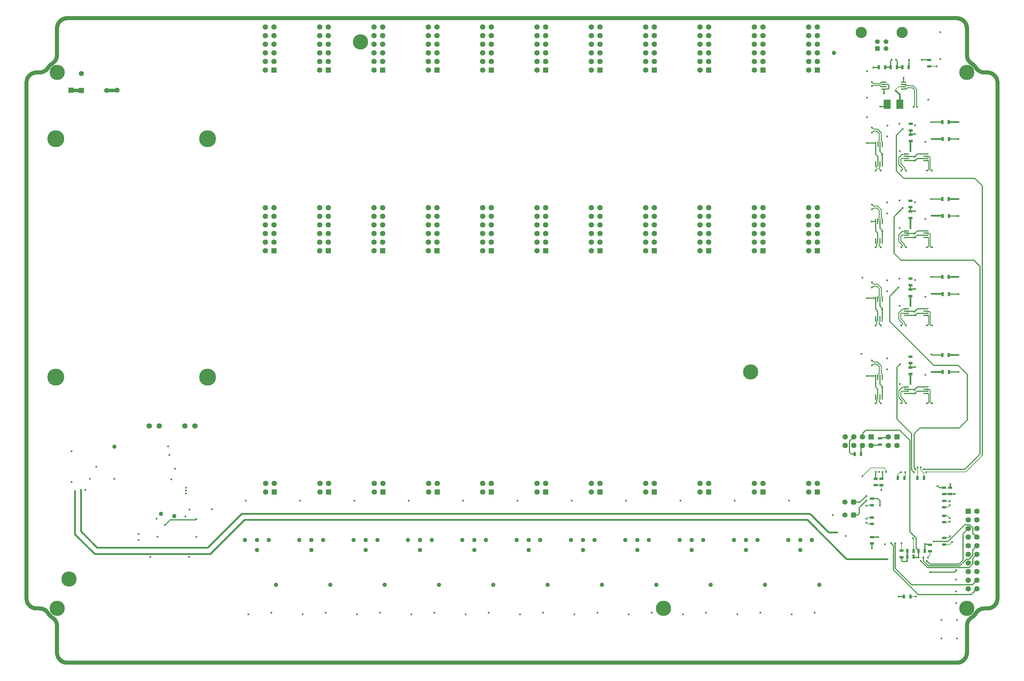
<source format=gbl>
G04*
G04 #@! TF.GenerationSoftware,Altium Limited,Altium Designer,20.1.10 (176)*
G04*
G04 Layer_Physical_Order=4*
G04 Layer_Color=16711680*
%FSLAX44Y44*%
%MOMM*%
G71*
G04*
G04 #@! TF.SameCoordinates,9A07C0F8-2EC5-444E-B81E-C5A403CEBA23*
G04*
G04*
G04 #@! TF.FilePolarity,Positive*
G04*
G01*
G75*
%ADD10C,0.2000*%
%ADD12C,0.2500*%
%ADD19C,1.2000*%
%ADD20C,1.2000*%
%ADD68R,0.8000X1.3000*%
%ADD73R,1.3000X0.8000*%
%ADD89R,2.0000X2.8000*%
%ADD95C,0.5000*%
%ADD96C,0.3000*%
%ADD99C,1.0000*%
%ADD100C,1.6000*%
%ADD101R,1.6000X1.6000*%
%ADD102C,1.5000*%
%ADD103R,1.5000X1.5000*%
%ADD104C,1.5000*%
%ADD105R,1.5000X1.5000*%
%ADD106C,5.0000*%
%ADD107R,1.6000X1.6000*%
G04:AMPARAMS|DCode=108|XSize=1.524mm|YSize=1.524mm|CornerRadius=0.381mm|HoleSize=0mm|Usage=FLASHONLY|Rotation=180.000|XOffset=0mm|YOffset=0mm|HoleType=Round|Shape=RoundedRectangle|*
%AMROUNDEDRECTD108*
21,1,1.5240,0.7620,0,0,180.0*
21,1,0.7620,1.5240,0,0,180.0*
1,1,0.7620,-0.3810,0.3810*
1,1,0.7620,0.3810,0.3810*
1,1,0.7620,0.3810,-0.3810*
1,1,0.7620,-0.3810,-0.3810*
%
%ADD108ROUNDEDRECTD108*%
%ADD109C,1.5240*%
%ADD110C,3.3160*%
%ADD111C,1.4080*%
%ADD112R,1.4080X1.4080*%
%ADD113C,0.6000*%
%ADD114C,1.3000*%
%ADD115C,4.5000*%
%ADD135R,0.4100X1.5700*%
%ADD136R,1.5700X0.4100*%
D10*
X2703750Y351000D02*
X2719500D01*
X2727250Y358750D01*
X2626000Y549000D02*
Y578688D01*
Y549000D02*
X2626250Y548750D01*
X2625000Y547500D02*
X2626250Y548750D01*
X2626000Y578688D02*
Y579000D01*
X2567750Y557750D02*
X2576750Y566750D01*
X2492750Y468750D02*
X2494500Y467000D01*
X2635187Y569813D02*
Y578688D01*
Y569813D02*
X2644000Y561000D01*
X2650750Y564750D02*
X2768000D01*
X2816500Y613250D01*
X2532750Y565250D02*
X2532750Y565250D01*
X2532750Y565250D02*
Y571250D01*
X2527500Y576500D02*
X2532750Y571250D01*
X2463500Y552500D02*
X2487500Y576500D01*
X2527500D01*
X2720455Y371906D02*
Y374154D01*
X2720049Y371500D02*
X2720455Y371906D01*
X2705250Y371500D02*
X2720049D01*
X2720455Y374154D02*
X2721220Y374920D01*
X2703750Y370000D02*
X2705250Y371500D01*
X2659750Y1760500D02*
X2681500D01*
X2681750Y1760250D01*
X2474750Y465000D02*
X2475000D01*
X2477000Y467000D02*
X2491250D01*
X2475000Y465000D02*
X2477000Y467000D01*
X2659500Y316582D02*
Y318332D01*
X2656500Y312500D02*
Y313582D01*
X2659500Y316582D01*
Y318332D02*
X2662250Y321082D01*
X2519500Y512000D02*
Y526000D01*
X2519500Y512000D02*
X2519500Y512000D01*
X2502000Y526000D02*
X2519500D01*
X2589000Y549250D02*
Y564250D01*
X2567750Y547000D02*
Y557750D01*
X2661250Y293750D02*
X2661500Y293500D01*
X2798844Y244244D02*
X2800000Y245400D01*
X2798844Y218844D02*
X2800000Y220000D01*
X2604500Y197750D02*
X2620500D01*
X2474735Y427250D02*
X2477985Y430500D01*
X2491250D01*
X2478735Y411500D02*
X2491250D01*
X2474735Y415500D02*
X2478735Y411500D01*
X2589000Y564250D02*
Y566750D01*
X2703750Y460750D02*
X2714500D01*
X2720750Y467000D02*
Y467000D01*
X2714500Y460750D02*
X2720750Y467000D01*
X2703750Y479750D02*
X2704500Y479000D01*
X2720750D01*
X2722250Y479750D02*
X2723000Y479000D01*
X2644000Y547500D02*
Y561000D01*
X2614000Y332500D02*
Y366515D01*
X2612000Y368515D02*
X2614000Y366515D01*
X2612000Y368515D02*
Y369598D01*
X2703750Y416750D02*
X2717668D01*
X2702500D02*
X2703750D01*
X2586750Y547000D02*
X2589000Y549250D01*
X2662250Y321082D02*
Y331280D01*
X2578750Y332780D02*
Y355000D01*
X2703750Y435750D02*
X2714000D01*
X2717668Y416750D02*
X2719668Y418750D01*
X2720750D01*
X2714000Y435750D02*
X2720750Y429000D01*
X2561750Y1692328D02*
X2569922Y1700500D01*
X2561750Y1688500D02*
Y1692328D01*
X2569922Y1700500D02*
X2584150D01*
X2568750Y1653250D02*
X2573000Y1649000D01*
X65548Y147420D02*
G03*
X76279Y136585I25981J15000D01*
G01*
Y1768255D02*
G03*
X65548Y1757420I15250J-25835D01*
G01*
Y147420D02*
G03*
X39567Y162420I-25981J-15000D01*
G01*
Y1742420D02*
G03*
X65548Y1757420I0J30000D01*
G01*
X91028Y110750D02*
G03*
X76279Y136585I-30000J-0D01*
G01*
Y1768255D02*
G03*
X91028Y1794090I-15250J25835D01*
G01*
X1028Y192420D02*
G03*
X31028Y162420I30000J0D01*
G01*
Y1742420D02*
G03*
X1028Y1712420I0J-30000D01*
G01*
X91028Y32420D02*
G03*
X121028Y2420I30000J0D01*
G01*
Y1902420D02*
G03*
X91028Y1872420I0J-30000D01*
G01*
X2741029Y2420D02*
G03*
X2771028Y32420I0J30000D01*
G01*
X2785779Y136585D02*
G03*
X2771028Y110750I15250J-25835D01*
G01*
X2785779Y136585D02*
G03*
X2796509Y147420I-15250J25835D01*
G01*
X2822490Y162420D02*
G03*
X2796509Y147420I0J-30000D01*
G01*
X2831029Y162420D02*
G03*
X2861029Y192420I0J30000D01*
G01*
Y1712420D02*
G03*
X2831029Y1742420I-30000J0D01*
G01*
X2796509Y1757420D02*
G03*
X2822490Y1742420I25981J15000D01*
G01*
X2796509Y1757420D02*
G03*
X2785779Y1768255I-25981J-15000D01*
G01*
X2771028Y1794090D02*
G03*
X2785779Y1768255I30000J0D01*
G01*
X2771028Y1872420D02*
G03*
X2741029Y1902420I-30000J0D01*
G01*
X2771028Y32420D02*
Y110750D01*
X31028Y1742420D02*
X39567D01*
X31028Y162420D02*
X39567D01*
X91028Y1794090D02*
Y1872420D01*
Y32420D02*
Y110750D01*
X1028Y192420D02*
Y1712420D01*
X121028Y2420D02*
X2741029D01*
X2822490Y162420D02*
X2831029D01*
X2861029Y190228D02*
Y1712420D01*
X2822490Y1742420D02*
X2831029D01*
X2771028Y1794090D02*
Y1872420D01*
X121028Y1902420D02*
X2741029D01*
D12*
X2507375Y889110D02*
X2518000Y878485D01*
X2495640Y889110D02*
X2507375D01*
X2491250Y893500D02*
X2495640Y889110D01*
X2504890Y883110D02*
X2512000Y876000D01*
X2491250Y878720D02*
X2495640Y883110D01*
X2504890D01*
X237500Y1689500D02*
X237750Y1689750D01*
X267250D02*
X267500Y1690000D01*
X2657654Y1456029D02*
Y1482059D01*
X2656611Y1454962D02*
X2657654Y1456029D01*
X2655284Y1482183D02*
X2657654Y1482059D01*
X2653154Y1453530D02*
X2656611Y1454962D01*
X2654220Y1482238D02*
X2655284Y1482183D01*
X2650467Y1482833D02*
X2654220Y1482238D01*
X2650050Y1482530D02*
X2650467Y1482833D01*
X2667102Y1454582D02*
X2668154Y1453530D01*
X2664498Y1454582D02*
X2667102D01*
X2662154Y1456926D02*
Y1493266D01*
Y1456926D02*
X2664498Y1454582D01*
X2660689Y1494730D02*
X2662154Y1493266D01*
X2650050Y1495530D02*
X2650850Y1494730D01*
X2660689D01*
X2655234Y1255652D02*
X2657604Y1255529D01*
Y1229499D02*
Y1255529D01*
X2656561Y1228432D02*
X2657604Y1229499D01*
X2650417Y1256303D02*
X2654170Y1255708D01*
X2655234Y1255652D01*
X2650000Y1256000D02*
X2650417Y1256303D01*
X2653104Y1227000D02*
X2656561Y1228432D01*
X2662104Y1230396D02*
X2664448Y1228052D01*
X2667052D02*
X2668104Y1227000D01*
X2664448Y1228052D02*
X2667052D01*
X2650000Y1269000D02*
X2650800Y1268200D01*
X2660640D02*
X2662104Y1266736D01*
Y1230396D02*
Y1266736D01*
X2650800Y1268200D02*
X2660640D01*
X2495640Y1119110D02*
X2507375D01*
X2520700Y1074300D02*
Y1082296D01*
X2518000Y1084996D02*
X2520700Y1082296D01*
Y1074300D02*
X2521500Y1073500D01*
X2491250Y1123500D02*
X2495640Y1119110D01*
X2518000Y1084996D02*
Y1108485D01*
X2507375Y1119110D02*
X2518000Y1108485D01*
X2495640Y1113110D02*
X2504890D01*
X2512000Y1106000D01*
X2491250Y1108720D02*
X2495640Y1113110D01*
X2512000Y1084996D02*
Y1106000D01*
X2509300Y1082296D02*
X2512000Y1084996D01*
X2508500Y1073500D02*
X2509300Y1074300D01*
Y1082296D01*
X2502800Y1007304D02*
X2505500Y1004604D01*
Y1001215D02*
Y1004604D01*
X2502530Y998244D02*
X2505500Y1001215D01*
X2502800Y1007304D02*
Y1015300D01*
X2502000Y1016100D02*
X2502800Y1015300D01*
X2502530Y997000D02*
Y998244D01*
X2511500Y1002533D02*
X2517033Y997000D01*
X2514200Y1007304D02*
Y1015300D01*
X2515000Y1016100D01*
X2511500Y1002533D02*
Y1004604D01*
X2514200Y1007304D01*
X2517033Y997000D02*
X2517530D01*
X2655234Y1025652D02*
X2657604Y1025529D01*
Y999499D02*
Y1025529D01*
X2656561Y998432D02*
X2657604Y999499D01*
X2650417Y1026303D02*
X2654170Y1025708D01*
X2655234Y1025652D01*
X2650000Y1026000D02*
X2650417Y1026303D01*
X2653104Y997000D02*
X2656561Y998432D01*
X2664448Y998052D02*
X2667052D01*
X2662104Y1000396D02*
X2664448Y998052D01*
X2650000Y1039000D02*
X2650800Y1038200D01*
X2660640D02*
X2662104Y1036736D01*
Y1000396D02*
Y1036736D01*
X2650800Y1038200D02*
X2660640D01*
X2667052Y998052D02*
X2668104Y997000D01*
X2591800Y1044700D02*
X2592600Y1045500D01*
X2580379Y1044700D02*
X2591800D01*
X2581215Y1000965D02*
Y1003125D01*
X2570000Y1014340D02*
Y1034321D01*
X2580379Y1044700D01*
X2570000Y1014340D02*
X2581215Y1003125D01*
X2577250Y997000D02*
X2581215Y1000965D01*
X2591800Y1033300D02*
X2592600Y1032500D01*
X2577465Y1033300D02*
X2591800D01*
X2576000Y1031835D02*
X2577465Y1033300D01*
X2576000Y1016825D02*
Y1031835D01*
X2587214Y1002036D02*
Y1005610D01*
X2576000Y1016825D02*
X2587214Y1005610D01*
Y1002036D02*
X2592250Y997000D01*
X2616200Y1644197D02*
Y1691500D01*
X2610200Y1697500D02*
X2616200Y1691500D01*
X2595646Y1697500D02*
X2610200D01*
X2593346Y1695200D02*
X2595646Y1697500D01*
X2587750Y1695200D02*
X2593346D01*
X2662104Y770396D02*
Y806736D01*
X2664448Y768052D02*
X2667052D01*
X2662104Y770396D02*
X2664448Y768052D01*
X2667052D02*
X2668104Y767000D01*
X2576000Y786825D02*
X2587214Y775610D01*
X2577250Y767000D02*
X2581215Y770965D01*
X2570000Y784340D02*
X2581215Y773125D01*
X2587214Y772036D02*
Y775610D01*
Y772036D02*
X2592250Y767000D01*
X2581215Y770965D02*
Y773125D01*
X2576000Y1261835D02*
X2577465Y1263300D01*
X2591800D01*
X2576000Y1246825D02*
Y1261835D01*
X2570000Y1264321D02*
X2580379Y1274700D01*
X2570000Y1244340D02*
Y1264321D01*
X2580379Y1274700D02*
X2591800D01*
Y803300D02*
X2592600Y802500D01*
X2577465Y803300D02*
X2591800D01*
X2576000Y786825D02*
Y801835D01*
X2577465Y803300D01*
X2591800Y814700D02*
X2592600Y815500D01*
X2580379Y814700D02*
X2591800D01*
X2570000Y804321D02*
X2580379Y814700D01*
X2570000Y784340D02*
Y804321D01*
X2502800Y777304D02*
X2505500Y774604D01*
Y771215D02*
Y774604D01*
X2502530Y768244D02*
X2505500Y771215D01*
X2502800Y777304D02*
Y785300D01*
X2502000Y786100D02*
X2502800Y785300D01*
X2502530Y767000D02*
Y768244D01*
X2517033Y767000D02*
X2517530D01*
X2514200Y785300D02*
X2515000Y786100D01*
X2514200Y777304D02*
Y785300D01*
X2511500Y772533D02*
Y774604D01*
Y772533D02*
X2517033Y767000D01*
X2511500Y774604D02*
X2514200Y777304D01*
X2512000Y854996D02*
Y876000D01*
X2509300Y852296D02*
X2512000Y854996D01*
X2509300Y844300D02*
Y852296D01*
X2508500Y843500D02*
X2509300Y844300D01*
X2520700D02*
Y852296D01*
X2518000Y854996D02*
X2520700Y852296D01*
Y844300D02*
X2521500Y843500D01*
X2518000Y854996D02*
Y878485D01*
X2591800Y1274700D02*
X2592600Y1275500D01*
X2581215Y1230965D02*
Y1233125D01*
X2570000Y1244340D02*
X2581215Y1233125D01*
X2577250Y1227000D02*
X2581215Y1230965D01*
X2591800Y1263300D02*
X2592600Y1262500D01*
X2587214Y1232036D02*
X2592250Y1227000D01*
X2587214Y1232036D02*
Y1235610D01*
X2576000Y1246825D02*
X2587214Y1235610D01*
X2502800Y1237304D02*
X2505500Y1234604D01*
Y1231215D02*
Y1234604D01*
X2502530Y1228244D02*
X2505500Y1231215D01*
X2502800Y1237304D02*
Y1245300D01*
X2502000Y1246100D02*
X2502800Y1245300D01*
X2502530Y1227000D02*
Y1228244D01*
X2517033Y1227000D02*
X2517530D01*
X2514200Y1237304D02*
Y1245300D01*
X2515000Y1246100D01*
X2511500Y1232533D02*
Y1234604D01*
X2514200Y1237304D01*
X2511500Y1232533D02*
X2517033Y1227000D01*
X2660640Y808200D02*
X2662104Y806736D01*
X2650000Y809000D02*
X2650800Y808200D01*
X2660640D01*
X2655234Y795652D02*
X2657604Y795529D01*
X2654170Y795708D02*
X2655234Y795652D01*
X2657604Y769499D02*
Y795529D01*
X2656561Y768432D02*
X2657604Y769499D01*
X2650417Y796303D02*
X2654170Y795708D01*
X2650000Y796000D02*
X2650417Y796303D01*
X2653104Y767000D02*
X2656561Y768432D01*
X2504890Y1343110D02*
X2512000Y1336000D01*
X2491250Y1338720D02*
X2495640Y1343110D01*
X2504890D01*
X2508500Y1303500D02*
X2509300Y1304300D01*
Y1312296D01*
X2512000Y1314996D01*
Y1336000D01*
X2520700Y1304300D02*
X2521500Y1303500D01*
X2520700Y1304300D02*
Y1312296D01*
X2518000Y1314996D02*
X2520700Y1312296D01*
X2518000Y1314996D02*
Y1338485D01*
X2507375Y1349110D02*
X2518000Y1338485D01*
X2495640Y1349110D02*
X2507375D01*
X2491250Y1353500D02*
X2495640Y1349110D01*
X2591850Y1489830D02*
X2592650Y1489030D01*
X2577515Y1489830D02*
X2591850D01*
X2587264Y1458566D02*
Y1462140D01*
X2576050Y1473355D02*
Y1488366D01*
X2577515Y1489830D01*
X2576050Y1473355D02*
X2587264Y1462140D01*
Y1458566D02*
X2592300Y1453530D01*
X2591850Y1501230D02*
X2592650Y1502030D01*
X2580429Y1501230D02*
X2591850D01*
X2581265Y1457495D02*
Y1459655D01*
X2577300Y1453530D02*
X2581265Y1457495D01*
X2570050Y1470870D02*
Y1490851D01*
X2580429Y1501230D01*
X2570050Y1470870D02*
X2581265Y1459655D01*
X2507425Y1575640D02*
X2518050Y1565015D01*
X2495690Y1575640D02*
X2507425D01*
X2518050Y1541526D02*
X2520750Y1538826D01*
X2518050Y1541526D02*
Y1565015D01*
X2520750Y1530830D02*
Y1538826D01*
Y1530830D02*
X2521550Y1530030D01*
X2491300Y1580030D02*
X2495690Y1575640D01*
X2512050Y1541526D02*
Y1562530D01*
X2504940Y1569640D02*
X2512050Y1562530D01*
X2509350Y1538826D02*
X2512050Y1541526D01*
X2495690Y1569640D02*
X2504940D01*
X2509350Y1530830D02*
Y1538826D01*
X2508550Y1530030D02*
X2509350Y1530830D01*
X2491300Y1565250D02*
X2495690Y1569640D01*
X2502850Y1463834D02*
X2505550Y1461134D01*
Y1457745D02*
Y1461134D01*
X2502580Y1454774D02*
X2505550Y1457745D01*
X2502050Y1472630D02*
X2502850Y1471830D01*
Y1463834D02*
Y1471830D01*
X2502580Y1453530D02*
Y1454774D01*
X2517083Y1453530D02*
X2517580D01*
X2514250Y1463834D02*
Y1471830D01*
X2515050Y1472630D01*
X2511550Y1459063D02*
Y1461134D01*
X2514250Y1463834D01*
X2511550Y1459063D02*
X2517083Y1453530D01*
X2525950Y1712700D02*
X2526750Y1713500D01*
X2517954Y1712700D02*
X2525950D01*
X2491000Y1713500D02*
X2491307D01*
X2515254Y1710000D02*
X2517954Y1712700D01*
X2491307Y1713500D02*
X2494807Y1710000D01*
X2515254D01*
X2514661Y1704592D02*
X2517954Y1701300D01*
X2494214Y1704592D02*
X2514661D01*
X2525950Y1701300D02*
X2526750Y1700500D01*
X2517954Y1701300D02*
X2525950D01*
X2491307Y1701685D02*
X2494214Y1704592D01*
X2491000Y1701685D02*
X2491307D01*
X2612685Y1703500D02*
X2622200Y1693985D01*
X2595646Y1703500D02*
X2612685D01*
X2593346Y1705800D02*
X2595646Y1703500D01*
X2587750Y1705800D02*
X2593346D01*
X2622200Y1644197D02*
Y1693985D01*
X2584150Y1707000D02*
X2584950Y1706200D01*
X2584150Y1694000D02*
X2584950Y1694800D01*
D19*
X91028Y110750D02*
G03*
X76279Y136585I-30000J-0D01*
G01*
X91028Y32420D02*
G03*
X121028Y2420I30000J0D01*
G01*
X2741029D02*
G03*
X2771028Y32420I0J30000D01*
G01*
X2785779Y136585D02*
G03*
X2771028Y110750I15250J-25835D01*
G01*
X2785779Y136585D02*
G03*
X2796509Y147420I-15250J25835D01*
G01*
X2822490Y162420D02*
G03*
X2796509Y147420I0J-30000D01*
G01*
X2832995Y162420D02*
G03*
X2860803Y190228I0J27808D01*
G01*
X2861029Y1712420D02*
G03*
X2831029Y1742420I-30000J0D01*
G01*
X2796509Y1757420D02*
G03*
X2822490Y1742420I25981J15000D01*
G01*
X2796509Y1757420D02*
G03*
X2785779Y1768255I-25981J-15000D01*
G01*
X2771028Y1794090D02*
G03*
X2785779Y1768255I30000J0D01*
G01*
X2771028Y1872420D02*
G03*
X2741029Y1902420I-30000J0D01*
G01*
X121028D02*
G03*
X91028Y1872420I0J-30000D01*
G01*
X76279Y1768255D02*
G03*
X91028Y1794090I-15250J25835D01*
G01*
X76279Y1768255D02*
G03*
X65548Y1757420I15250J-25835D01*
G01*
X39567Y1742420D02*
G03*
X65548Y1757420I0J30000D01*
G01*
X31028Y1742420D02*
G03*
X1028Y1712420I0J-30000D01*
G01*
Y192420D02*
G03*
X31028Y162420I30000J0D01*
G01*
X65548Y147420D02*
G03*
X39567Y162420I-25981J-15000D01*
G01*
X65548Y147420D02*
G03*
X76279Y136585I25981J15000D01*
G01*
X91028Y110750D02*
G03*
X76279Y136585I-30000J-0D01*
G01*
X91028Y32420D02*
G03*
X121028Y2420I30000J0D01*
G01*
X2741029D02*
G03*
X2771028Y32420I0J30000D01*
G01*
X2785779Y136585D02*
G03*
X2771028Y110750I15250J-25835D01*
G01*
X2785779Y136585D02*
G03*
X2796509Y147420I-15250J25835D01*
G01*
X2822490Y162420D02*
G03*
X2796509Y147420I0J-30000D01*
G01*
X2831029Y162420D02*
G03*
X2861029Y192420I0J30000D01*
G01*
Y1712420D02*
G03*
X2831029Y1742420I-30000J0D01*
G01*
X2796509Y1757420D02*
G03*
X2822490Y1742420I25981J15000D01*
G01*
X2796509Y1757420D02*
G03*
X2785779Y1768255I-25981J-15000D01*
G01*
X2771028Y1794090D02*
G03*
X2785779Y1768255I30000J0D01*
G01*
X2771028Y1872420D02*
G03*
X2741029Y1902420I-30000J0D01*
G01*
X121028D02*
G03*
X91028Y1872420I0J-30000D01*
G01*
X76279Y1768255D02*
G03*
X91028Y1794090I-15250J25835D01*
G01*
X76279Y1768255D02*
G03*
X65548Y1757420I15250J-25835D01*
G01*
X39567Y1742420D02*
G03*
X65548Y1757420I0J30000D01*
G01*
X31028Y1742420D02*
G03*
X1028Y1712420I0J-30000D01*
G01*
Y192420D02*
G03*
X31028Y162420I30000J0D01*
G01*
X65548Y147420D02*
G03*
X39567Y162420I-25981J-15000D01*
G01*
X65548Y147420D02*
G03*
X76279Y136585I25981J15000D01*
G01*
X91028Y110750D02*
G03*
X76279Y136585I-30000J-0D01*
G01*
X91028Y32420D02*
G03*
X121028Y2420I30000J0D01*
G01*
X2741029D02*
G03*
X2771028Y32420I0J30000D01*
G01*
X2785779Y136585D02*
G03*
X2771028Y110750I15250J-25835D01*
G01*
X2785779Y136585D02*
G03*
X2796509Y147420I-15250J25835D01*
G01*
X2822490Y162420D02*
G03*
X2796509Y147420I0J-30000D01*
G01*
X2831029Y162420D02*
G03*
X2861029Y192420I0J30000D01*
G01*
Y1712420D02*
G03*
X2831029Y1742420I-30000J0D01*
G01*
X2796509Y1757420D02*
G03*
X2822490Y1742420I25981J15000D01*
G01*
X2796509Y1757420D02*
G03*
X2785779Y1768255I-25981J-15000D01*
G01*
X2771028Y1794090D02*
G03*
X2785779Y1768255I30000J0D01*
G01*
X2771028Y1872420D02*
G03*
X2741029Y1902420I-30000J0D01*
G01*
X121028D02*
G03*
X91028Y1872420I0J-30000D01*
G01*
X76279Y1768255D02*
G03*
X91028Y1794090I-15250J25835D01*
G01*
X76279Y1768255D02*
G03*
X65548Y1757420I15250J-25835D01*
G01*
X39567Y1742420D02*
G03*
X65548Y1757420I0J30000D01*
G01*
X31028Y1742420D02*
G03*
X1028Y1712420I0J-30000D01*
G01*
Y192420D02*
G03*
X31028Y162420I30000J0D01*
G01*
X65548Y147420D02*
G03*
X39567Y162420I-25981J-15000D01*
G01*
X65548Y147420D02*
G03*
X76279Y136585I25981J15000D01*
G01*
Y136585D02*
X77920Y135543D01*
X80985Y133150D01*
X83714Y130381D01*
X86063Y127282D01*
X87991Y123905D01*
X89465Y120308D01*
X90463Y116550D01*
X90965Y112694D01*
X91028Y110750D01*
X91028Y32420D01*
Y30454D02*
Y32420D01*
Y30454D02*
X91542Y26555D01*
X92560Y22756D01*
X94065Y19123D01*
X96031Y15717D01*
X98425Y12597D01*
X101206Y9816D01*
X104326Y7423D01*
X107731Y5456D01*
X111365Y3951D01*
X115163Y2933D01*
X119062Y2420D01*
X121028Y2420D01*
X2741029D01*
X2742995D01*
X2746894Y2933D01*
X2750692Y3951D01*
X2754326Y5456D01*
X2757731Y7423D01*
X2760851Y9816D01*
X2763632Y12597D01*
X2766026Y15717D01*
X2767992Y19123D01*
X2769497Y22756D01*
X2770515Y26555D01*
X2771028Y30454D01*
Y32420D01*
Y110750D01*
X2771092Y112694D01*
X2771595Y116550D01*
X2772592Y120308D01*
X2774066Y123905D01*
X2775994Y127282D01*
X2778343Y130381D01*
X2781072Y133150D01*
X2784136Y135543D01*
X2785779Y136585D01*
X2787440Y137566D01*
X2790486Y139938D01*
X2793202Y142681D01*
X2795544Y145749D01*
X2796509Y147420D01*
X2797546Y149087D01*
X2799935Y152200D01*
X2802710Y154975D01*
X2805823Y157364D01*
X2809221Y159326D01*
X2812847Y160828D01*
X2816637Y161844D01*
X2820528Y162356D01*
X2822490Y162420D01*
X2831029D01*
X2832995D01*
X2836894Y162933D01*
X2840692Y163951D01*
X2844326Y165456D01*
X2847731Y167422D01*
X2850851Y169816D01*
X2853632Y172597D01*
X2856026Y175717D01*
X2857993Y179123D01*
X2859497Y182756D01*
X2860515Y186555D01*
X2861029Y190454D01*
Y192420D01*
Y1712420D01*
Y1714386D01*
X2860515Y1718285D02*
X2861029Y1714386D01*
X2859497Y1722084D02*
X2860515Y1718285D01*
X2857993Y1725717D02*
X2859497Y1722084D01*
X2856026Y1729123D02*
X2857993Y1725717D01*
X2853632Y1732243D02*
X2856026Y1729123D01*
X2850851Y1735023D02*
X2853632Y1732243D01*
X2847731Y1737417D02*
X2850851Y1735023D01*
X2844326Y1739384D02*
X2847731Y1737417D01*
X2840692Y1740889D02*
X2844326Y1739384D01*
X2836894Y1741907D02*
X2840692Y1740889D01*
X2832995Y1742420D02*
X2836894Y1741907D01*
X2831029Y1742420D02*
X2832995D01*
X2822490D02*
X2831029D01*
X2820528Y1742484D02*
X2822490Y1742420D01*
X2816637Y1742996D02*
X2820528Y1742484D01*
X2812847Y1744012D02*
X2816637Y1742996D01*
X2809221Y1745514D02*
X2812847Y1744012D01*
X2805823Y1747476D02*
X2809221Y1745514D01*
X2802710Y1749865D02*
X2805823Y1747476D01*
X2799935Y1752639D02*
X2802710Y1749865D01*
X2797546Y1755753D02*
X2799935Y1752639D01*
X2796509Y1757420D02*
X2797546Y1755753D01*
X2795544Y1759091D02*
X2796509Y1757420D01*
X2793202Y1762159D02*
X2795544Y1759091D01*
X2790486Y1764902D02*
X2793202Y1762159D01*
X2787440Y1767274D02*
X2790486Y1764902D01*
X2785779Y1768255D02*
X2787440Y1767274D01*
X2784136Y1769297D02*
X2785779Y1768255D01*
X2781072Y1771690D02*
X2784136Y1769297D01*
X2778343Y1774459D02*
X2781072Y1771690D01*
X2775994Y1777558D02*
X2778343Y1774459D01*
X2774066Y1780935D02*
X2775994Y1777558D01*
X2772592Y1784532D02*
X2774066Y1780935D01*
X2771595Y1788290D02*
X2772592Y1784532D01*
X2771092Y1792146D02*
X2771595Y1788290D01*
X2771028Y1794090D02*
X2771092Y1792146D01*
X2771028Y1794090D02*
Y1872420D01*
Y1874386D01*
X2770515Y1878285D02*
X2771028Y1874386D01*
X2769497Y1882084D02*
X2770515Y1878285D01*
X2767992Y1885717D02*
X2769497Y1882084D01*
X2766026Y1889123D02*
X2767992Y1885717D01*
X2763632Y1892243D02*
X2766026Y1889123D01*
X2760851Y1895023D02*
X2763632Y1892243D01*
X2757731Y1897417D02*
X2760851Y1895023D01*
X2754326Y1899384D02*
X2757731Y1897417D01*
X2750692Y1900889D02*
X2754326Y1899384D01*
X2746894Y1901907D02*
X2750692Y1900889D01*
X2742995Y1902420D02*
X2746894Y1901907D01*
X2741029Y1902420D02*
X2742995D01*
X121028D02*
X2741029D01*
X119062D02*
X121028D01*
X115163Y1901907D02*
X119062Y1902420D01*
X111365Y1900889D02*
X115163Y1901907D01*
X107731Y1899384D02*
X111365Y1900889D01*
X104326Y1897417D02*
X107731Y1899384D01*
X101206Y1895023D02*
X104326Y1897417D01*
X98425Y1892243D02*
X101206Y1895023D01*
X96031Y1889123D02*
X98425Y1892243D01*
X94065Y1885717D02*
X96031Y1889123D01*
X92560Y1882084D02*
X94065Y1885717D01*
X91542Y1878285D02*
X92560Y1882084D01*
X91028Y1874386D02*
X91542Y1878285D01*
X91028Y1872420D02*
Y1874386D01*
Y1794090D02*
Y1872420D01*
X90965Y1792146D02*
X91028Y1794090D01*
X90463Y1788290D02*
X90965Y1792146D01*
X89465Y1784532D02*
X90463Y1788290D01*
X87991Y1780935D02*
X89465Y1784532D01*
X86063Y1777558D02*
X87991Y1780935D01*
X83714Y1774459D02*
X86063Y1777558D01*
X80985Y1771690D02*
X83714Y1774459D01*
X77920Y1769297D02*
X80985Y1771690D01*
X76279Y1768255D02*
X77920Y1769297D01*
X74616Y1767274D02*
X76279Y1768255D01*
X71571Y1764902D02*
X74616Y1767274D01*
X68855Y1762159D02*
X71571Y1764902D01*
X66513Y1759091D02*
X68855Y1762159D01*
X65548Y1757420D02*
X66513Y1759091D01*
X64511Y1755753D02*
X65548Y1757420D01*
X62122Y1752639D02*
X64511Y1755753D01*
X59347Y1749865D02*
X62122Y1752639D01*
X56234Y1747476D02*
X59347Y1749865D01*
X52836Y1745514D02*
X56234Y1747476D01*
X49210Y1744012D02*
X52836Y1745514D01*
X45420Y1742996D02*
X49210Y1744012D01*
X41529Y1742484D02*
X45420Y1742996D01*
X39567Y1742420D02*
X41529Y1742484D01*
X31028Y1742420D02*
X39567D01*
X29062D02*
X31028D01*
X25163Y1741907D02*
X29062Y1742420D01*
X21365Y1740889D02*
X25163Y1741907D01*
X17731Y1739384D02*
X21365Y1740889D01*
X14325Y1737417D02*
X17731Y1739384D01*
X11206Y1735023D02*
X14325Y1737417D01*
X8425Y1732243D02*
X11206Y1735023D01*
X6031Y1729123D02*
X8425Y1732243D01*
X4065Y1725717D02*
X6031Y1729123D01*
X2560Y1722084D02*
X4065Y1725717D01*
X1542Y1718285D02*
X2560Y1722084D01*
X1028Y1714386D02*
X1542Y1718285D01*
X1028Y1712420D02*
Y1714386D01*
Y192420D02*
Y1712420D01*
Y190454D02*
Y192420D01*
Y190454D02*
X1542Y186555D01*
X2560Y182756D01*
X4065Y179123D01*
X6031Y175717D01*
X8425Y172597D01*
X11206Y169816D01*
X14325Y167422D01*
X17731Y165456D01*
X21365Y163951D01*
X25163Y162933D01*
X29062Y162420D01*
X31028Y162420D01*
X39567D01*
X41529Y162356D01*
X45420Y161844D01*
X49210Y160828D01*
X52836Y159326D01*
X56234Y157364D01*
X59347Y154975D01*
X62122Y152200D01*
X64511Y149087D01*
X65548Y147420D01*
X66513Y145749D01*
X68855Y142681D01*
X71571Y139938D01*
X74616Y137566D01*
X76279Y136585D01*
X91028Y32420D02*
Y110750D01*
X121028Y2420D02*
X2741029D01*
X2771028Y32420D02*
Y110750D01*
X2796509Y147420D02*
X2796509Y147420D01*
X2822490Y162420D02*
Y162420D01*
Y162420D02*
X2831029D01*
X2861029Y192420D02*
Y1712420D01*
X2822490Y1742420D02*
X2831029D01*
X2822490Y1742420D02*
Y1742420D01*
X2796509Y1757420D02*
X2796509Y1757420D01*
X2771028Y1794090D02*
Y1872420D01*
X121028Y1902420D02*
X2741029D01*
X91028Y1794090D02*
Y1872420D01*
X31028Y1742420D02*
X39567D01*
X1028Y192420D02*
Y1712420D01*
X31028Y162420D02*
X39567D01*
X91028Y32420D02*
Y110750D01*
X121028Y2420D02*
X2741029D01*
X2771028Y32420D02*
Y110750D01*
X2796509Y147420D02*
X2796509Y147420D01*
X2822490Y162420D02*
Y162420D01*
Y162420D02*
X2831029D01*
X2861029Y192420D02*
Y1712420D01*
X2822490Y1742420D02*
X2831029D01*
X2822490Y1742420D02*
Y1742420D01*
X2796509Y1757420D02*
X2796509Y1757420D01*
X2771028Y1794090D02*
Y1872420D01*
X121028Y1902420D02*
X2741029D01*
X91028Y1794090D02*
Y1872420D01*
X31028Y1742420D02*
X39567D01*
X1028Y192420D02*
Y1712420D01*
X31028Y162420D02*
X39567D01*
X91028Y32420D02*
Y110750D01*
X121028Y2420D02*
X2741029D01*
X2771028Y32420D02*
Y110750D01*
X2796509Y147420D02*
X2796509Y147420D01*
X2822490Y162420D02*
Y162420D01*
Y162420D02*
X2831029D01*
X2861029Y192420D02*
Y1712420D01*
X2822490Y1742420D02*
X2831029D01*
X2822490Y1742420D02*
Y1742420D01*
X2796509Y1757420D02*
X2796509Y1757420D01*
X2771028Y1794090D02*
Y1872420D01*
X121028Y1902420D02*
X2741029D01*
X91028Y1794090D02*
Y1872420D01*
X31028Y1742420D02*
X39567D01*
X1028Y192420D02*
Y1712420D01*
X31028Y162420D02*
X39567D01*
D20*
X76279Y136585D02*
X77920Y135543D01*
X80985Y133150D01*
X83714Y130381D01*
X86063Y127282D01*
X87991Y123905D01*
X89465Y120308D01*
X90463Y116550D01*
X90965Y112694D01*
X91028Y110750D01*
X91028Y32420D01*
Y30454D02*
Y32420D01*
Y30454D02*
X91542Y26555D01*
X92560Y22756D01*
X94065Y19123D01*
X96031Y15717D01*
X98425Y12597D01*
X101206Y9816D01*
X104326Y7423D01*
X107731Y5456D01*
X111365Y3951D01*
X115163Y2933D01*
X119062Y2420D01*
X121028Y2420D01*
X2741029D01*
X2742995D01*
X2746894Y2933D01*
X2750692Y3951D01*
X2754326Y5456D01*
X2757731Y7423D01*
X2760851Y9816D01*
X2763632Y12597D01*
X2766026Y15717D01*
X2767992Y19123D01*
X2769497Y22756D01*
X2770515Y26555D01*
X2771028Y30454D01*
Y32420D01*
Y110750D01*
X2771092Y112694D01*
X2771595Y116550D01*
X2772592Y120308D01*
X2774066Y123905D01*
X2775994Y127282D01*
X2778343Y130381D01*
X2781072Y133150D01*
X2784136Y135543D01*
X2785779Y136585D01*
X2787440Y137566D01*
X2790486Y139938D01*
X2793202Y142681D01*
X2795544Y145749D01*
X2796509Y147420D01*
X2797546Y149087D01*
X2799935Y152200D01*
X2802710Y154975D01*
X2805823Y157364D01*
X2809221Y159326D01*
X2812847Y160828D01*
X2816637Y161844D01*
X2820528Y162356D01*
X2822490Y162420D01*
X2831029D01*
X2832995D01*
X2836894Y162933D01*
X2840692Y163951D01*
X2844326Y165456D01*
X2847731Y167422D01*
X2850851Y169816D01*
X2853632Y172597D01*
X2856026Y175717D01*
X2857993Y179123D01*
X2859497Y182756D01*
X2860515Y186555D01*
X2861029Y190454D01*
Y192420D01*
Y1712420D01*
Y1714386D01*
X2860515Y1718285D02*
X2861029Y1714386D01*
X2859497Y1722084D02*
X2860515Y1718285D01*
X2857993Y1725717D02*
X2859497Y1722084D01*
X2856026Y1729123D02*
X2857993Y1725717D01*
X2853632Y1732243D02*
X2856026Y1729123D01*
X2850851Y1735023D02*
X2853632Y1732243D01*
X2847731Y1737417D02*
X2850851Y1735023D01*
X2844326Y1739384D02*
X2847731Y1737417D01*
X2840692Y1740889D02*
X2844326Y1739384D01*
X2836894Y1741907D02*
X2840692Y1740889D01*
X2832995Y1742420D02*
X2836894Y1741907D01*
X2831029Y1742420D02*
X2832995D01*
X2822490D02*
X2831029D01*
X2820528Y1742484D02*
X2822490Y1742420D01*
X2816637Y1742996D02*
X2820528Y1742484D01*
X2812847Y1744012D02*
X2816637Y1742996D01*
X2809221Y1745514D02*
X2812847Y1744012D01*
X2805823Y1747476D02*
X2809221Y1745514D01*
X2802710Y1749865D02*
X2805823Y1747476D01*
X2799935Y1752639D02*
X2802710Y1749865D01*
X2797546Y1755753D02*
X2799935Y1752639D01*
X2796509Y1757420D02*
X2797546Y1755753D01*
X2795544Y1759091D02*
X2796509Y1757420D01*
X2793202Y1762159D02*
X2795544Y1759091D01*
X2790486Y1764902D02*
X2793202Y1762159D01*
X2787440Y1767274D02*
X2790486Y1764902D01*
X2785779Y1768255D02*
X2787440Y1767274D01*
X2784136Y1769297D02*
X2785779Y1768255D01*
X2781072Y1771690D02*
X2784136Y1769297D01*
X2778343Y1774459D02*
X2781072Y1771690D01*
X2775994Y1777558D02*
X2778343Y1774459D01*
X2774066Y1780935D02*
X2775994Y1777558D01*
X2772592Y1784532D02*
X2774066Y1780935D01*
X2771595Y1788290D02*
X2772592Y1784532D01*
X2771092Y1792146D02*
X2771595Y1788290D01*
X2771028Y1794090D02*
X2771092Y1792146D01*
X2771028Y1794090D02*
Y1872420D01*
Y1874386D01*
X2770515Y1878285D02*
X2771028Y1874386D01*
X2769497Y1882084D02*
X2770515Y1878285D01*
X2767992Y1885717D02*
X2769497Y1882084D01*
X2766026Y1889123D02*
X2767992Y1885717D01*
X2763632Y1892243D02*
X2766026Y1889123D01*
X2760851Y1895023D02*
X2763632Y1892243D01*
X2757731Y1897417D02*
X2760851Y1895023D01*
X2754326Y1899384D02*
X2757731Y1897417D01*
X2750692Y1900889D02*
X2754326Y1899384D01*
X2746894Y1901907D02*
X2750692Y1900889D01*
X2742995Y1902420D02*
X2746894Y1901907D01*
X2741029Y1902420D02*
X2742995D01*
X121028D02*
X2741029D01*
X119062D02*
X121028D01*
X115163Y1901907D02*
X119062Y1902420D01*
X111365Y1900889D02*
X115163Y1901907D01*
X107731Y1899384D02*
X111365Y1900889D01*
X104326Y1897417D02*
X107731Y1899384D01*
X101206Y1895023D02*
X104326Y1897417D01*
X98425Y1892243D02*
X101206Y1895023D01*
X96031Y1889123D02*
X98425Y1892243D01*
X94065Y1885717D02*
X96031Y1889123D01*
X92560Y1882084D02*
X94065Y1885717D01*
X91542Y1878285D02*
X92560Y1882084D01*
X91028Y1874386D02*
X91542Y1878285D01*
X91028Y1872420D02*
Y1874386D01*
Y1794090D02*
Y1872420D01*
X90965Y1792146D02*
X91028Y1794090D01*
X90463Y1788290D02*
X90965Y1792146D01*
X89465Y1784532D02*
X90463Y1788290D01*
X87991Y1780935D02*
X89465Y1784532D01*
X86063Y1777558D02*
X87991Y1780935D01*
X83714Y1774459D02*
X86063Y1777558D01*
X80985Y1771690D02*
X83714Y1774459D01*
X77920Y1769297D02*
X80985Y1771690D01*
X76279Y1768255D02*
X77920Y1769297D01*
X74616Y1767274D02*
X76279Y1768255D01*
X71571Y1764902D02*
X74616Y1767274D01*
X68855Y1762159D02*
X71571Y1764902D01*
X66513Y1759091D02*
X68855Y1762159D01*
X65548Y1757420D02*
X66513Y1759091D01*
X64511Y1755753D02*
X65548Y1757420D01*
X62122Y1752639D02*
X64511Y1755753D01*
X59347Y1749865D02*
X62122Y1752639D01*
X56234Y1747476D02*
X59347Y1749865D01*
X52836Y1745514D02*
X56234Y1747476D01*
X49210Y1744012D02*
X52836Y1745514D01*
X45420Y1742996D02*
X49210Y1744012D01*
X41529Y1742484D02*
X45420Y1742996D01*
X39567Y1742420D02*
X41529Y1742484D01*
X31028Y1742420D02*
X39567D01*
X29062D02*
X31028D01*
X25163Y1741907D02*
X29062Y1742420D01*
X21365Y1740889D02*
X25163Y1741907D01*
X17731Y1739384D02*
X21365Y1740889D01*
X14325Y1737417D02*
X17731Y1739384D01*
X11206Y1735023D02*
X14325Y1737417D01*
X8425Y1732243D02*
X11206Y1735023D01*
X6031Y1729123D02*
X8425Y1732243D01*
X4065Y1725717D02*
X6031Y1729123D01*
X2560Y1722084D02*
X4065Y1725717D01*
X1542Y1718285D02*
X2560Y1722084D01*
X1028Y1714386D02*
X1542Y1718285D01*
X1028Y1712420D02*
Y1714386D01*
Y192420D02*
Y1712420D01*
Y190454D02*
Y192420D01*
Y190454D02*
X1542Y186555D01*
X2560Y182756D01*
X4065Y179123D01*
X6031Y175717D01*
X8425Y172597D01*
X11206Y169816D01*
X14325Y167422D01*
X17731Y165456D01*
X21365Y163951D01*
X25163Y162933D01*
X29062Y162420D01*
X31028Y162420D01*
X39567D01*
X41529Y162356D01*
X45420Y161844D01*
X49210Y160828D01*
X52836Y159326D01*
X56234Y157364D01*
X59347Y154975D01*
X62122Y152200D01*
X64511Y149087D01*
X65548Y147420D01*
X66513Y145749D01*
X68855Y142681D01*
X71571Y139938D01*
X74616Y137566D01*
X76279Y136585D01*
X77920Y135543D01*
X80985Y133150D01*
X83714Y130381D01*
X86063Y127282D01*
X87991Y123905D01*
X89465Y120308D01*
X90463Y116550D01*
X90965Y112694D01*
X91028Y110750D01*
X91028Y32420D01*
Y30454D02*
Y32420D01*
Y30454D02*
X91542Y26555D01*
X92560Y22756D01*
X94065Y19123D01*
X96031Y15717D01*
X98425Y12597D01*
X101206Y9816D01*
X104326Y7423D01*
X107731Y5456D01*
X111365Y3951D01*
X115163Y2933D01*
X119062Y2420D01*
X121028Y2420D01*
X2741029D01*
X2742995D01*
X2746894Y2933D01*
X2750692Y3951D01*
X2754326Y5456D01*
X2757731Y7423D01*
X2760851Y9816D01*
X2763632Y12597D01*
X2766026Y15717D01*
X2767992Y19123D01*
X2769497Y22756D01*
X2770515Y26555D01*
X2771028Y30454D01*
Y32420D01*
Y110750D01*
X2771092Y112694D01*
X2771595Y116550D01*
X2772592Y120308D01*
X2774066Y123905D01*
X2775994Y127282D01*
X2778343Y130381D01*
X2781072Y133150D01*
X2784136Y135543D01*
X2785779Y136585D01*
X2787440Y137566D01*
X2790486Y139938D01*
X2793202Y142681D01*
X2795544Y145749D01*
X2796509Y147420D01*
X2797546Y149087D01*
X2799935Y152200D01*
X2802710Y154975D01*
X2805823Y157364D01*
X2809221Y159326D01*
X2812847Y160828D01*
X2816637Y161844D01*
X2820528Y162356D01*
X2822490Y162420D01*
X2831029D01*
X2832995D01*
X2836894Y162933D01*
X2840692Y163951D01*
X2844326Y165456D01*
X2847731Y167422D01*
X2850851Y169816D01*
X2853632Y172597D01*
X2856026Y175717D01*
X2857993Y179123D01*
X2859497Y182756D01*
X2860515Y186555D01*
X2861029Y190454D01*
Y192420D01*
Y1712420D01*
Y1714386D01*
X2860515Y1718285D02*
X2861029Y1714386D01*
X2859497Y1722084D02*
X2860515Y1718285D01*
X2857993Y1725717D02*
X2859497Y1722084D01*
X2856026Y1729123D02*
X2857993Y1725717D01*
X2853632Y1732243D02*
X2856026Y1729123D01*
X2850851Y1735023D02*
X2853632Y1732243D01*
X2847731Y1737417D02*
X2850851Y1735023D01*
X2844326Y1739384D02*
X2847731Y1737417D01*
X2840692Y1740889D02*
X2844326Y1739384D01*
X2836894Y1741907D02*
X2840692Y1740889D01*
X2832995Y1742420D02*
X2836894Y1741907D01*
X2831029Y1742420D02*
X2832995D01*
X2822490D02*
X2831029D01*
X2820528Y1742484D02*
X2822490Y1742420D01*
X2816637Y1742996D02*
X2820528Y1742484D01*
X2812847Y1744012D02*
X2816637Y1742996D01*
X2809221Y1745514D02*
X2812847Y1744012D01*
X2805823Y1747476D02*
X2809221Y1745514D01*
X2802710Y1749865D02*
X2805823Y1747476D01*
X2799935Y1752639D02*
X2802710Y1749865D01*
X2797546Y1755753D02*
X2799935Y1752639D01*
X2796509Y1757420D02*
X2797546Y1755753D01*
X2795544Y1759091D02*
X2796509Y1757420D01*
X2793202Y1762159D02*
X2795544Y1759091D01*
X2790486Y1764902D02*
X2793202Y1762159D01*
X2787440Y1767274D02*
X2790486Y1764902D01*
X2785779Y1768255D02*
X2787440Y1767274D01*
X2784136Y1769297D02*
X2785779Y1768255D01*
X2781072Y1771690D02*
X2784136Y1769297D01*
X2778343Y1774459D02*
X2781072Y1771690D01*
X2775994Y1777558D02*
X2778343Y1774459D01*
X2774066Y1780935D02*
X2775994Y1777558D01*
X2772592Y1784532D02*
X2774066Y1780935D01*
X2771595Y1788290D02*
X2772592Y1784532D01*
X2771092Y1792146D02*
X2771595Y1788290D01*
X2771028Y1794090D02*
X2771092Y1792146D01*
X2771028Y1794090D02*
Y1872420D01*
Y1874386D01*
X2770515Y1878285D02*
X2771028Y1874386D01*
X2769497Y1882084D02*
X2770515Y1878285D01*
X2767992Y1885717D02*
X2769497Y1882084D01*
X2766026Y1889123D02*
X2767992Y1885717D01*
X2763632Y1892243D02*
X2766026Y1889123D01*
X2760851Y1895023D02*
X2763632Y1892243D01*
X2757731Y1897417D02*
X2760851Y1895023D01*
X2754326Y1899384D02*
X2757731Y1897417D01*
X2750692Y1900889D02*
X2754326Y1899384D01*
X2746894Y1901907D02*
X2750692Y1900889D01*
X2742995Y1902420D02*
X2746894Y1901907D01*
X2741029Y1902420D02*
X2742995D01*
X121028D02*
X2741029D01*
X119062D02*
X121028D01*
X115163Y1901907D02*
X119062Y1902420D01*
X111365Y1900889D02*
X115163Y1901907D01*
X107731Y1899384D02*
X111365Y1900889D01*
X104326Y1897417D02*
X107731Y1899384D01*
X101206Y1895023D02*
X104326Y1897417D01*
X98425Y1892243D02*
X101206Y1895023D01*
X96031Y1889123D02*
X98425Y1892243D01*
X94065Y1885717D02*
X96031Y1889123D01*
X92560Y1882084D02*
X94065Y1885717D01*
X91542Y1878285D02*
X92560Y1882084D01*
X91028Y1874386D02*
X91542Y1878285D01*
X91028Y1872420D02*
Y1874386D01*
Y1794090D02*
Y1872420D01*
X90965Y1792146D02*
X91028Y1794090D01*
X90463Y1788290D02*
X90965Y1792146D01*
X89465Y1784532D02*
X90463Y1788290D01*
X87991Y1780935D02*
X89465Y1784532D01*
X86063Y1777558D02*
X87991Y1780935D01*
X83714Y1774459D02*
X86063Y1777558D01*
X80985Y1771690D02*
X83714Y1774459D01*
X77920Y1769297D02*
X80985Y1771690D01*
X76279Y1768255D02*
X77920Y1769297D01*
X74616Y1767274D02*
X76279Y1768255D01*
X71571Y1764902D02*
X74616Y1767274D01*
X68855Y1762159D02*
X71571Y1764902D01*
X66513Y1759091D02*
X68855Y1762159D01*
X65548Y1757420D02*
X66513Y1759091D01*
X64511Y1755753D02*
X65548Y1757420D01*
X62122Y1752639D02*
X64511Y1755753D01*
X59347Y1749865D02*
X62122Y1752639D01*
X56234Y1747476D02*
X59347Y1749865D01*
X52836Y1745514D02*
X56234Y1747476D01*
X49210Y1744012D02*
X52836Y1745514D01*
X45420Y1742996D02*
X49210Y1744012D01*
X41529Y1742484D02*
X45420Y1742996D01*
X39567Y1742420D02*
X41529Y1742484D01*
X31028Y1742420D02*
X39567D01*
X29062D02*
X31028D01*
X25163Y1741907D02*
X29062Y1742420D01*
X21365Y1740889D02*
X25163Y1741907D01*
X17731Y1739384D02*
X21365Y1740889D01*
X14325Y1737417D02*
X17731Y1739384D01*
X11206Y1735023D02*
X14325Y1737417D01*
X8425Y1732243D02*
X11206Y1735023D01*
X6031Y1729123D02*
X8425Y1732243D01*
X4065Y1725717D02*
X6031Y1729123D01*
X2560Y1722084D02*
X4065Y1725717D01*
X1542Y1718285D02*
X2560Y1722084D01*
X1028Y1714386D02*
X1542Y1718285D01*
X1028Y1712420D02*
Y1714386D01*
Y192420D02*
Y1712420D01*
Y190454D02*
Y192420D01*
Y190454D02*
X1542Y186555D01*
X2560Y182756D01*
X4065Y179123D01*
X6031Y175717D01*
X8425Y172597D01*
X11206Y169816D01*
X14325Y167422D01*
X17731Y165456D01*
X21365Y163951D01*
X25163Y162933D01*
X29062Y162420D01*
X31028Y162420D01*
X39567D01*
X41529Y162356D01*
X45420Y161844D01*
X49210Y160828D01*
X52836Y159326D01*
X56234Y157364D01*
X59347Y154975D01*
X62122Y152200D01*
X64511Y149087D01*
X65548Y147420D01*
X66513Y145749D01*
X68855Y142681D01*
X71571Y139938D01*
X74616Y137566D01*
X76279Y136585D01*
X77920Y135543D01*
X80985Y133150D01*
X83714Y130381D01*
X86063Y127282D01*
X87991Y123905D01*
X89465Y120308D01*
X90463Y116550D01*
X90965Y112694D01*
X91028Y110750D01*
X91028Y32420D01*
Y30454D02*
Y32420D01*
Y30454D02*
X91542Y26555D01*
X92560Y22756D01*
X94065Y19123D01*
X96031Y15717D01*
X98425Y12597D01*
X101206Y9816D01*
X104326Y7423D01*
X107731Y5456D01*
X111365Y3951D01*
X115163Y2933D01*
X119062Y2420D01*
X121028Y2420D01*
X2741029D01*
X2742995D01*
X2746894Y2933D01*
X2750692Y3951D01*
X2754326Y5456D01*
X2757731Y7423D01*
X2760851Y9816D01*
X2763632Y12597D01*
X2766026Y15717D01*
X2767992Y19123D01*
X2769497Y22756D01*
X2770515Y26555D01*
X2771028Y30454D01*
Y32420D01*
Y110750D01*
X2771092Y112694D01*
X2771595Y116550D01*
X2772592Y120308D01*
X2774066Y123905D01*
X2775994Y127282D01*
X2778343Y130381D01*
X2781072Y133150D01*
X2784136Y135543D01*
X2785779Y136585D01*
X2787440Y137566D01*
X2790486Y139938D01*
X2793202Y142681D01*
X2795544Y145749D01*
X2796509Y147420D01*
X2797546Y149087D01*
X2799935Y152200D01*
X2802710Y154975D01*
X2805823Y157364D01*
X2809221Y159326D01*
X2812847Y160828D01*
X2816637Y161844D01*
X2820528Y162356D01*
X2822490Y162420D01*
X2831029D01*
X2832995D01*
X2836894Y162933D01*
X2840692Y163951D01*
X2844326Y165456D01*
X2847731Y167422D01*
X2850851Y169816D01*
X2853632Y172597D01*
X2856026Y175717D01*
X2857993Y179123D01*
X2859497Y182756D01*
X2860515Y186555D01*
X2861029Y190454D01*
Y192420D01*
Y1712420D01*
Y1714386D01*
X2860515Y1718285D02*
X2861029Y1714386D01*
X2859497Y1722084D02*
X2860515Y1718285D01*
X2857993Y1725717D02*
X2859497Y1722084D01*
X2856026Y1729123D02*
X2857993Y1725717D01*
X2853632Y1732243D02*
X2856026Y1729123D01*
X2850851Y1735023D02*
X2853632Y1732243D01*
X2847731Y1737417D02*
X2850851Y1735023D01*
X2844326Y1739384D02*
X2847731Y1737417D01*
X2840692Y1740889D02*
X2844326Y1739384D01*
X2836894Y1741907D02*
X2840692Y1740889D01*
X2832995Y1742420D02*
X2836894Y1741907D01*
X2831029Y1742420D02*
X2832995D01*
X2822490D02*
X2831029D01*
X2820528Y1742484D02*
X2822490Y1742420D01*
X2816637Y1742996D02*
X2820528Y1742484D01*
X2812847Y1744012D02*
X2816637Y1742996D01*
X2809221Y1745514D02*
X2812847Y1744012D01*
X2805823Y1747476D02*
X2809221Y1745514D01*
X2802710Y1749865D02*
X2805823Y1747476D01*
X2799935Y1752639D02*
X2802710Y1749865D01*
X2797546Y1755753D02*
X2799935Y1752639D01*
X2796509Y1757420D02*
X2797546Y1755753D01*
X2795544Y1759091D02*
X2796509Y1757420D01*
X2793202Y1762159D02*
X2795544Y1759091D01*
X2790486Y1764902D02*
X2793202Y1762159D01*
X2787440Y1767274D02*
X2790486Y1764902D01*
X2785779Y1768255D02*
X2787440Y1767274D01*
X2784136Y1769297D02*
X2785779Y1768255D01*
X2781072Y1771690D02*
X2784136Y1769297D01*
X2778343Y1774459D02*
X2781072Y1771690D01*
X2775994Y1777558D02*
X2778343Y1774459D01*
X2774066Y1780935D02*
X2775994Y1777558D01*
X2772592Y1784532D02*
X2774066Y1780935D01*
X2771595Y1788290D02*
X2772592Y1784532D01*
X2771092Y1792146D02*
X2771595Y1788290D01*
X2771028Y1794090D02*
X2771092Y1792146D01*
X2771028Y1794090D02*
Y1872420D01*
Y1874386D01*
X2770515Y1878285D02*
X2771028Y1874386D01*
X2769497Y1882084D02*
X2770515Y1878285D01*
X2767992Y1885717D02*
X2769497Y1882084D01*
X2766026Y1889123D02*
X2767992Y1885717D01*
X2763632Y1892243D02*
X2766026Y1889123D01*
X2760851Y1895023D02*
X2763632Y1892243D01*
X2757731Y1897417D02*
X2760851Y1895023D01*
X2754326Y1899384D02*
X2757731Y1897417D01*
X2750692Y1900889D02*
X2754326Y1899384D01*
X2746894Y1901907D02*
X2750692Y1900889D01*
X2742995Y1902420D02*
X2746894Y1901907D01*
X2741029Y1902420D02*
X2742995D01*
X121028D02*
X2741029D01*
X119062D02*
X121028D01*
X115163Y1901907D02*
X119062Y1902420D01*
X111365Y1900889D02*
X115163Y1901907D01*
X107731Y1899384D02*
X111365Y1900889D01*
X104326Y1897417D02*
X107731Y1899384D01*
X101206Y1895023D02*
X104326Y1897417D01*
X98425Y1892243D02*
X101206Y1895023D01*
X96031Y1889123D02*
X98425Y1892243D01*
X94065Y1885717D02*
X96031Y1889123D01*
X92560Y1882084D02*
X94065Y1885717D01*
X91542Y1878285D02*
X92560Y1882084D01*
X91028Y1874386D02*
X91542Y1878285D01*
X91028Y1872420D02*
Y1874386D01*
Y1794090D02*
Y1872420D01*
X90965Y1792146D02*
X91028Y1794090D01*
X90463Y1788290D02*
X90965Y1792146D01*
X89465Y1784532D02*
X90463Y1788290D01*
X87991Y1780935D02*
X89465Y1784532D01*
X86063Y1777558D02*
X87991Y1780935D01*
X83714Y1774459D02*
X86063Y1777558D01*
X80985Y1771690D02*
X83714Y1774459D01*
X77920Y1769297D02*
X80985Y1771690D01*
X76279Y1768255D02*
X77920Y1769297D01*
X74616Y1767274D02*
X76279Y1768255D01*
X71571Y1764902D02*
X74616Y1767274D01*
X68855Y1762159D02*
X71571Y1764902D01*
X66513Y1759091D02*
X68855Y1762159D01*
X65548Y1757420D02*
X66513Y1759091D01*
X64511Y1755753D02*
X65548Y1757420D01*
X62122Y1752639D02*
X64511Y1755753D01*
X59347Y1749865D02*
X62122Y1752639D01*
X56234Y1747476D02*
X59347Y1749865D01*
X52836Y1745514D02*
X56234Y1747476D01*
X49210Y1744012D02*
X52836Y1745514D01*
X45420Y1742996D02*
X49210Y1744012D01*
X41529Y1742484D02*
X45420Y1742996D01*
X39567Y1742420D02*
X41529Y1742484D01*
X31028Y1742420D02*
X39567D01*
X29062D02*
X31028D01*
X25163Y1741907D02*
X29062Y1742420D01*
X21365Y1740889D02*
X25163Y1741907D01*
X17731Y1739384D02*
X21365Y1740889D01*
X14325Y1737417D02*
X17731Y1739384D01*
X11206Y1735023D02*
X14325Y1737417D01*
X8425Y1732243D02*
X11206Y1735023D01*
X6031Y1729123D02*
X8425Y1732243D01*
X4065Y1725717D02*
X6031Y1729123D01*
X2560Y1722084D02*
X4065Y1725717D01*
X1542Y1718285D02*
X2560Y1722084D01*
X1028Y1714386D02*
X1542Y1718285D01*
X1028Y1712420D02*
Y1714386D01*
Y192420D02*
Y1712420D01*
Y190454D02*
Y192420D01*
Y190454D02*
X1542Y186555D01*
X2560Y182756D01*
X4065Y179123D01*
X6031Y175717D01*
X8425Y172597D01*
X11206Y169816D01*
X14325Y167422D01*
X17731Y165456D01*
X21365Y163951D01*
X25163Y162933D01*
X29062Y162420D01*
X31028Y162420D01*
X39567D01*
X41529Y162356D01*
X45420Y161844D01*
X49210Y160828D01*
X52836Y159326D01*
X56234Y157364D01*
X59347Y154975D01*
X62122Y152200D01*
X64511Y149087D01*
X65548Y147420D01*
X66513Y145749D01*
X68855Y142681D01*
X71571Y139938D01*
X74616Y137566D01*
X76279Y136585D01*
X77920Y135543D01*
X80985Y133150D01*
X83714Y130381D01*
X86063Y127282D01*
X87991Y123905D01*
X89465Y120308D01*
X90463Y116550D01*
X90965Y112694D01*
X91028Y110750D01*
X91028Y32420D01*
Y30454D02*
Y32420D01*
Y30454D02*
X91542Y26555D01*
X92560Y22756D01*
X94065Y19123D01*
X96031Y15717D01*
X98425Y12597D01*
X101206Y9816D01*
X104326Y7423D01*
X107731Y5456D01*
X111365Y3951D01*
X115163Y2933D01*
X119062Y2420D01*
X121028Y2420D01*
X2741029D01*
X2742995D01*
X2746894Y2933D01*
X2750692Y3951D01*
X2754326Y5456D01*
X2757731Y7423D01*
X2760851Y9816D01*
X2763632Y12597D01*
X2766026Y15717D01*
X2767992Y19123D01*
X2769497Y22756D01*
X2770515Y26555D01*
X2771028Y30454D01*
Y32420D01*
Y110750D01*
X2771092Y112694D01*
X2771595Y116550D01*
X2772592Y120308D01*
X2774066Y123905D01*
X2775994Y127282D01*
X2778343Y130381D01*
X2781072Y133150D01*
X2784136Y135543D01*
X2785779Y136585D01*
X2787440Y137566D01*
X2790486Y139938D01*
X2793202Y142681D01*
X2795544Y145749D01*
X2796509Y147420D01*
X2797546Y149087D01*
X2799935Y152200D01*
X2802710Y154975D01*
X2805823Y157364D01*
X2809221Y159326D01*
X2812847Y160828D01*
X2816637Y161844D01*
X2820528Y162356D01*
X2822490Y162420D01*
X2831029D01*
X2832995D02*
X2836894Y162933D01*
X2840692Y163951D01*
X2844326Y165456D01*
X2847731Y167422D01*
X2850851Y169816D01*
X2853632Y172597D01*
X2856026Y175717D01*
X2857993Y179123D01*
X2859497Y182756D01*
X2860515Y186555D01*
X2861029Y190454D01*
Y192420D01*
Y1712420D01*
Y1714386D01*
X2860515Y1718285D02*
X2861029Y1714386D01*
X2859497Y1722084D02*
X2860515Y1718285D01*
X2857993Y1725717D02*
X2859497Y1722084D01*
X2856026Y1729123D02*
X2857993Y1725717D01*
X2853632Y1732243D02*
X2856026Y1729123D01*
X2850851Y1735023D02*
X2853632Y1732243D01*
X2847731Y1737417D02*
X2850851Y1735023D01*
X2844326Y1739384D02*
X2847731Y1737417D01*
X2840692Y1740889D02*
X2844326Y1739384D01*
X2836894Y1741907D02*
X2840692Y1740889D01*
X2832995Y1742420D02*
X2836894Y1741907D01*
X2831029Y1742420D02*
X2832995D01*
X2822490D02*
X2831029D01*
X2820528Y1742484D02*
X2822490Y1742420D01*
X2816637Y1742996D02*
X2820528Y1742484D01*
X2812847Y1744012D02*
X2816637Y1742996D01*
X2809221Y1745514D02*
X2812847Y1744012D01*
X2805823Y1747476D02*
X2809221Y1745514D01*
X2802710Y1749865D02*
X2805823Y1747476D01*
X2799935Y1752639D02*
X2802710Y1749865D01*
X2797546Y1755753D02*
X2799935Y1752639D01*
X2796509Y1757420D02*
X2797546Y1755753D01*
X2795544Y1759091D02*
X2796509Y1757420D01*
X2793202Y1762159D02*
X2795544Y1759091D01*
X2790486Y1764902D02*
X2793202Y1762159D01*
X2787440Y1767274D02*
X2790486Y1764902D01*
X2785779Y1768255D02*
X2787440Y1767274D01*
X2784136Y1769297D02*
X2785779Y1768255D01*
X2781072Y1771690D02*
X2784136Y1769297D01*
X2778343Y1774459D02*
X2781072Y1771690D01*
X2775994Y1777558D02*
X2778343Y1774459D01*
X2774066Y1780935D02*
X2775994Y1777558D01*
X2772592Y1784532D02*
X2774066Y1780935D01*
X2771595Y1788290D02*
X2772592Y1784532D01*
X2771092Y1792146D02*
X2771595Y1788290D01*
X2771028Y1794090D02*
X2771092Y1792146D01*
X2771028Y1794090D02*
Y1872420D01*
Y1874386D01*
X2770515Y1878285D02*
X2771028Y1874386D01*
X2769497Y1882084D02*
X2770515Y1878285D01*
X2767992Y1885717D02*
X2769497Y1882084D01*
X2766026Y1889123D02*
X2767992Y1885717D01*
X2763632Y1892243D02*
X2766026Y1889123D01*
X2760851Y1895023D02*
X2763632Y1892243D01*
X2757731Y1897417D02*
X2760851Y1895023D01*
X2754326Y1899384D02*
X2757731Y1897417D01*
X2750692Y1900889D02*
X2754326Y1899384D01*
X2746894Y1901907D02*
X2750692Y1900889D01*
X2742995Y1902420D02*
X2746894Y1901907D01*
X2741029Y1902420D02*
X2742995D01*
X121028D02*
X2741029D01*
X119062D02*
X121028D01*
X115163Y1901907D02*
X119062Y1902420D01*
X111365Y1900889D02*
X115163Y1901907D01*
X107731Y1899384D02*
X111365Y1900889D01*
X104326Y1897417D02*
X107731Y1899384D01*
X101206Y1895023D02*
X104326Y1897417D01*
X98425Y1892243D02*
X101206Y1895023D01*
X96031Y1889123D02*
X98425Y1892243D01*
X94065Y1885717D02*
X96031Y1889123D01*
X92560Y1882084D02*
X94065Y1885717D01*
X91542Y1878285D02*
X92560Y1882084D01*
X91028Y1874386D02*
X91542Y1878285D01*
X91028Y1872420D02*
Y1874386D01*
Y1794090D02*
Y1872420D01*
X90965Y1792146D02*
X91028Y1794090D01*
X90463Y1788290D02*
X90965Y1792146D01*
X89465Y1784532D02*
X90463Y1788290D01*
X87991Y1780935D02*
X89465Y1784532D01*
X86063Y1777558D02*
X87991Y1780935D01*
X83714Y1774459D02*
X86063Y1777558D01*
X80985Y1771690D02*
X83714Y1774459D01*
X77920Y1769297D02*
X80985Y1771690D01*
X76279Y1768255D02*
X77920Y1769297D01*
X74616Y1767274D02*
X76279Y1768255D01*
X71571Y1764902D02*
X74616Y1767274D01*
X68855Y1762159D02*
X71571Y1764902D01*
X66513Y1759091D02*
X68855Y1762159D01*
X65548Y1757420D02*
X66513Y1759091D01*
X64511Y1755753D02*
X65548Y1757420D01*
X62122Y1752639D02*
X64511Y1755753D01*
X59347Y1749865D02*
X62122Y1752639D01*
X56234Y1747476D02*
X59347Y1749865D01*
X52836Y1745514D02*
X56234Y1747476D01*
X49210Y1744012D02*
X52836Y1745514D01*
X45420Y1742996D02*
X49210Y1744012D01*
X41529Y1742484D02*
X45420Y1742996D01*
X39567Y1742420D02*
X41529Y1742484D01*
X31028Y1742420D02*
X39567D01*
X29062D02*
X31028D01*
X25163Y1741907D02*
X29062Y1742420D01*
X21365Y1740889D02*
X25163Y1741907D01*
X17731Y1739384D02*
X21365Y1740889D01*
X14325Y1737417D02*
X17731Y1739384D01*
X11206Y1735023D02*
X14325Y1737417D01*
X8425Y1732243D02*
X11206Y1735023D01*
X6031Y1729123D02*
X8425Y1732243D01*
X4065Y1725717D02*
X6031Y1729123D01*
X2560Y1722084D02*
X4065Y1725717D01*
X1542Y1718285D02*
X2560Y1722084D01*
X1028Y1714386D02*
X1542Y1718285D01*
X1028Y1712420D02*
Y1714386D01*
Y192420D02*
Y1712420D01*
Y190454D02*
Y192420D01*
Y190454D02*
X1542Y186555D01*
X2560Y182756D01*
X4065Y179123D01*
X6031Y175717D01*
X8425Y172597D01*
X11206Y169816D01*
X14325Y167422D01*
X17731Y165456D01*
X21365Y163951D01*
X25163Y162933D01*
X29062Y162420D01*
X31028Y162420D01*
X39567D01*
X41529Y162356D01*
X45420Y161844D01*
X49210Y160828D01*
X52836Y159326D01*
X56234Y157364D01*
X59347Y154975D01*
X62122Y152200D01*
X64511Y149087D01*
X65548Y147420D01*
X66513Y145749D01*
X68855Y142681D01*
X71571Y139938D01*
X74616Y137566D01*
X76279Y136585D01*
D68*
X2567750Y547000D02*
D03*
X2586750D02*
D03*
X2585500Y197750D02*
D03*
X2604500D02*
D03*
X2440000Y617500D02*
D03*
X2459000D02*
D03*
X2580676Y1757750D02*
D03*
X2599676D02*
D03*
X2699354Y1089470D02*
D03*
X2718354D02*
D03*
X2717354Y1139470D02*
D03*
X2698354D02*
D03*
X2698404Y1596000D02*
D03*
X2717404D02*
D03*
X2718404Y1546000D02*
D03*
X2699404D02*
D03*
X2644000Y547500D02*
D03*
X2625000D02*
D03*
X2511250Y1757750D02*
D03*
X2530250D02*
D03*
X2565013D02*
D03*
X2546013D02*
D03*
X2647250Y332500D02*
D03*
X2628250D02*
D03*
X2595000D02*
D03*
X2614000D02*
D03*
X2595000Y315000D02*
D03*
X2614000D02*
D03*
X2698354Y909470D02*
D03*
X2717354D02*
D03*
X2718354Y859470D02*
D03*
X2699354D02*
D03*
X2698354Y1369470D02*
D03*
X2717354D02*
D03*
X2718354Y1319470D02*
D03*
X2699354D02*
D03*
D73*
X2491250Y467000D02*
D03*
Y486000D02*
D03*
Y411500D02*
D03*
Y430500D02*
D03*
Y353750D02*
D03*
Y372750D02*
D03*
X2703750Y370000D02*
D03*
Y351000D02*
D03*
X2515000Y664000D02*
D03*
Y645000D02*
D03*
X2605000Y1083500D02*
D03*
Y1102500D02*
D03*
Y1134500D02*
D03*
Y1115500D02*
D03*
X2605050Y1572030D02*
D03*
Y1591030D02*
D03*
Y1559030D02*
D03*
Y1540030D02*
D03*
X2662250Y350280D02*
D03*
Y331280D02*
D03*
X2605000Y885500D02*
D03*
Y904500D02*
D03*
Y1345500D02*
D03*
Y1364500D02*
D03*
X2659750Y1760500D02*
D03*
Y1779500D02*
D03*
X2519500Y526000D02*
D03*
Y545000D02*
D03*
X2502000Y526000D02*
D03*
Y545000D02*
D03*
X2703750Y499750D02*
D03*
Y518750D02*
D03*
Y416750D02*
D03*
Y435750D02*
D03*
X2578750Y332780D02*
D03*
Y313780D02*
D03*
X2703750Y460750D02*
D03*
Y479750D02*
D03*
X2721250Y499750D02*
D03*
Y518750D02*
D03*
X2605000Y872500D02*
D03*
Y853500D02*
D03*
Y1332500D02*
D03*
Y1313500D02*
D03*
D89*
X2536170Y1649000D02*
D03*
X2573000D02*
D03*
D95*
X337000Y322500D02*
X543000D01*
X202750D02*
X337000D01*
X2364500Y386000D02*
X2388750D01*
X2309000Y441500D02*
X2364500Y386000D01*
X161750Y389500D02*
Y512000D01*
X2696374Y1546530D02*
X2699404Y1543500D01*
X2696324Y1320000D02*
X2699354Y1316970D01*
X2696324Y1090000D02*
X2699354Y1086970D01*
X2696324Y860000D02*
X2699354Y856970D01*
X2745083Y909470D02*
X2745583Y909970D01*
X2717354Y909470D02*
X2745083D01*
X2745583Y909970D02*
X2745854D01*
X2604543Y824165D02*
Y853043D01*
X2605000Y853500D01*
X2717404Y1596000D02*
X2745904D01*
X2746154D01*
X144500Y380750D02*
X202750Y322500D01*
X543000D02*
X644000Y423500D01*
X209500Y341750D02*
X357750D01*
X471500D01*
X535250D01*
X635000Y441500D02*
X2309000D01*
X2416750Y308000D02*
X2537250D01*
X2301250Y423500D02*
X2416750Y308000D01*
X644000Y423500D02*
X2301250D01*
X161750Y389500D02*
X209500Y341750D01*
X144500Y380750D02*
Y508500D01*
X535250Y341750D02*
X635000Y441500D01*
X2667550Y1546530D02*
X2696374D01*
X2604593Y1539573D02*
X2605050Y1540030D01*
X2604593Y1510695D02*
Y1539573D01*
X2667500Y860000D02*
X2696324D01*
X2717354Y1139470D02*
X2745854D01*
X2746104D01*
X2667500Y1090000D02*
X2696324D01*
X2604543Y1083043D02*
X2605000Y1083500D01*
X2604543Y1054165D02*
Y1083043D01*
X2717354Y1369470D02*
X2745854D01*
X2746104D01*
X2667500Y1320000D02*
X2696324D01*
X2604543Y1313043D02*
X2605000Y1313500D01*
X2604543Y1284165D02*
Y1313043D01*
X2573000Y1649000D02*
Y1677250D01*
X2561750Y1688500D02*
X2573000Y1677250D01*
X2584150Y1726400D02*
X2584250Y1726500D01*
D96*
X2529170Y1642000D02*
X2536170Y1649000D01*
X2516000Y1642000D02*
X2529170D01*
X500000Y424000D02*
X501750Y425750D01*
X424250Y424000D02*
X500000D01*
X409000Y408750D02*
X424250Y424000D01*
X2515000Y664000D02*
X2516995Y665995D01*
X2537205D01*
X2539200Y667990D01*
X2430000Y617500D02*
X2440000D01*
X2425000Y622500D02*
Y655492D01*
Y622500D02*
X2430000Y617500D01*
X2425000Y655492D02*
X2437500Y667992D01*
X2488300Y642592D02*
X2489504Y643796D01*
X2513796D01*
X2515000Y645000D01*
X2459000Y617500D02*
Y642592D01*
X2462900D01*
X2734750Y499750D02*
X2735000Y500000D01*
X2721250Y499750D02*
X2734750D01*
X2515000Y823550D02*
X2520926Y817624D01*
Y815574D02*
X2521500Y815000D01*
X2520926Y815574D02*
Y817624D01*
X2490500Y1303500D02*
X2502000D01*
X2490500Y1303500D02*
X2490500Y1303500D01*
X2605050Y1560574D02*
X2618506D01*
X2605000Y1334044D02*
X2618456D01*
X2605000Y1104044D02*
X2618456D01*
X2605000Y874044D02*
X2618456D01*
X2477050Y1534030D02*
X2502050D01*
X2477000Y1077500D02*
X2502000D01*
X2477000Y847500D02*
X2502000D01*
X2772500Y718500D02*
Y852000D01*
X2632500Y694500D02*
X2748500D01*
X2772500Y718500D01*
X2673500Y879000D02*
X2745500D01*
X2772500Y852000D01*
X2615750Y677750D02*
X2632500Y694500D01*
X2543500Y1009000D02*
Y1082500D01*
Y1009000D02*
X2673500Y879000D01*
X2543500Y1082500D02*
X2569250Y1108250D01*
X2666264Y910970D02*
X2667076D01*
X2668576Y909470D01*
X2698354D01*
X2718354Y859470D02*
X2745854D01*
X2615750Y577690D02*
Y677750D01*
X2619628Y573000D02*
Y573812D01*
X2615750Y577690D02*
X2619628Y573812D01*
X2608000Y570750D02*
X2614500Y564250D01*
X2564500Y720750D02*
X2608000Y677250D01*
X2573500Y687500D02*
X2603000Y658000D01*
X2608000Y570750D02*
Y677250D01*
X2603000Y388364D02*
Y658000D01*
X2472500Y687500D02*
X2573500D01*
X2564500Y720750D02*
Y873500D01*
X2573750Y882750D01*
X2603000Y388364D02*
X2621500Y369864D01*
X2581257Y301000D02*
X2594750D01*
X2562750Y1557000D02*
X2582000Y1576250D01*
X2562750Y1452500D02*
Y1557000D01*
X2577000Y1188750D02*
X2791500D01*
X2556250Y1209500D02*
Y1317000D01*
Y1209500D02*
X2577000Y1188750D01*
X2556250Y1317000D02*
X2582000Y1342750D01*
X2791500Y1188750D02*
X2809500Y1170750D01*
Y617500D02*
Y1170750D01*
X2765000Y573000D02*
X2809500Y617500D01*
X2643859Y573000D02*
X2765000D01*
X2816500Y613250D02*
Y1408000D01*
X2585000Y1430250D02*
X2794250D01*
X2816500Y1408000D01*
X2562750Y1452500D02*
X2585000Y1430250D01*
X2519500Y545000D02*
X2520000D01*
X2522500Y547500D01*
Y565250D01*
X2715714Y360250D02*
X2720886Y365422D01*
X2673250Y360250D02*
X2715714D01*
X2720886Y365422D02*
X2720915D01*
X2764792Y409300D01*
X2779363D02*
X2788438Y400225D01*
Y383962D02*
Y400225D01*
X2764792Y409300D02*
X2779363D01*
X2788438Y383962D02*
X2800000Y372400D01*
Y372400D02*
Y372400D01*
X2759750Y305250D02*
Y382950D01*
X2774600Y397800D01*
X2748000Y293500D02*
X2759750Y305250D01*
X2659625Y1779625D02*
X2659750Y1779500D01*
X2638375Y1779625D02*
X2659625D01*
X2638250Y1779750D02*
X2638375Y1779625D01*
X2530250Y1757750D02*
X2546013D01*
X2495750Y1757500D02*
X2511000D01*
X2449935Y437935D02*
X2454250Y442250D01*
Y459750D02*
X2474750Y480250D01*
X2454250Y442250D02*
Y459750D01*
X2437110Y437935D02*
X2449935D01*
X2491250Y486000D02*
X2509000D01*
X2515000Y466250D02*
Y480000D01*
X2509000Y486000D02*
X2515000Y480000D01*
X2437110Y475935D02*
X2456185D01*
X2474500Y494250D01*
X2735243Y269500D02*
X2739000Y273257D01*
X2663000Y269500D02*
X2735243D01*
X2654750Y282750D02*
X2777414D01*
X2657350Y287750D02*
X2749886D01*
X2642500Y302600D02*
X2657350Y287750D01*
X2635000Y302500D02*
X2654750Y282750D01*
X2642500Y302600D02*
Y312500D01*
X2749886Y287750D02*
X2769837Y307700D01*
X2777414Y282750D02*
X2788438Y293775D01*
X2491250Y340500D02*
Y353750D01*
X2605050Y1560574D02*
Y1572030D01*
X2624875Y1489030D02*
X2650050D01*
X2618375Y1482530D02*
X2624875Y1489030D01*
X2592650Y1482530D02*
X2618375D01*
X2625050Y1502030D02*
X2650050D01*
X2617050Y1494030D02*
X2625050Y1502030D01*
X2616500Y1494580D02*
X2617050Y1494030D01*
X2593600Y1494580D02*
X2616500D01*
X2592650Y1495530D02*
X2593600Y1494580D01*
X2665904Y1596000D02*
X2698404D01*
X2718404Y1546000D02*
X2745904D01*
X2605050Y1559030D02*
Y1560574D01*
X2502050Y1530030D02*
Y1534030D01*
X2508550Y1472630D02*
Y1495030D01*
X2502050Y1501530D02*
Y1530030D01*
Y1501530D02*
X2508550Y1495030D01*
X2515050Y1510080D02*
X2520976Y1504154D01*
Y1502104D02*
Y1504154D01*
X2515050Y1510080D02*
Y1530030D01*
X2520976Y1502104D02*
X2521550Y1501530D01*
Y1472630D02*
Y1501530D01*
X2605000Y874044D02*
Y885500D01*
X2502000Y843500D02*
Y847500D01*
X2508500Y786100D02*
Y808500D01*
X2502000Y815000D02*
X2508500Y808500D01*
X2502000Y815000D02*
Y843500D01*
X2515000Y823550D02*
Y843500D01*
X2521500Y786100D02*
Y815000D01*
X2624825Y802500D02*
X2650000D01*
X2618325Y796000D02*
X2624825Y802500D01*
X2592600Y796000D02*
X2618325D01*
X2625000Y815500D02*
X2650000D01*
X2617000Y807500D02*
X2625000Y815500D01*
X2593550Y808050D02*
X2616450D01*
X2617000Y807500D01*
X2592600Y809000D02*
X2593550Y808050D01*
X2605000Y872500D02*
Y874044D01*
Y1104044D02*
Y1115500D01*
X2718354Y1089470D02*
X2745854D01*
X2665854Y1139470D02*
X2698354D01*
X2502000Y1073500D02*
Y1077500D01*
X2508500Y1016100D02*
Y1038500D01*
X2502000Y1045000D02*
X2508500Y1038500D01*
X2502000Y1045000D02*
Y1073500D01*
X2515000Y1053550D02*
X2520926Y1047624D01*
Y1045574D02*
Y1047624D01*
X2515000Y1053550D02*
Y1073500D01*
X2521500Y1016100D02*
Y1045000D01*
X2520926Y1045574D02*
X2521500Y1045000D01*
X2624825Y1032500D02*
X2650000D01*
X2618325Y1026000D02*
X2624825Y1032500D01*
X2592600Y1026000D02*
X2618325D01*
X2625000Y1045500D02*
X2650000D01*
X2617000Y1037500D02*
X2625000Y1045500D01*
X2593550Y1038050D02*
X2616450D01*
X2617000Y1037500D01*
X2592600Y1039000D02*
X2593550Y1038050D01*
X2605000Y1102500D02*
Y1104044D01*
Y1334044D02*
Y1345500D01*
X2624825Y1262500D02*
X2650000D01*
X2618325Y1256000D02*
X2624825Y1262500D01*
X2592600Y1256000D02*
X2618325D01*
X2625000Y1275500D02*
X2650000D01*
X2617000Y1267500D02*
X2625000Y1275500D01*
X2616450Y1268050D02*
X2617000Y1267500D01*
X2592600Y1269000D02*
X2593550Y1268050D01*
X2616450D01*
X2665854Y1369470D02*
X2698354D01*
X2718354Y1319470D02*
X2745854D01*
X2605000Y1332500D02*
Y1334044D01*
X2502000Y1275000D02*
X2508500Y1268500D01*
Y1246100D02*
Y1268500D01*
X2502000Y1275000D02*
Y1303500D01*
X2515000Y1283550D02*
X2520926Y1277624D01*
X2515000Y1283550D02*
Y1303500D01*
X2520926Y1275574D02*
Y1277624D01*
X2521500Y1246100D02*
Y1275000D01*
X2520926Y1275574D02*
X2521500Y1275000D01*
X2502000Y545000D02*
Y565250D01*
X2647250Y352250D02*
X2647500Y352500D01*
X2648074Y351926D01*
X2660604D01*
X2662250Y350280D01*
X2647250Y332500D02*
Y352250D01*
X2555000Y276500D02*
Y347500D01*
X2627750Y203750D02*
X2783750D01*
X2555000Y276500D02*
X2627750Y203750D01*
X2560000Y280750D02*
X2608177Y232573D01*
X2560000Y280750D02*
Y354500D01*
X2608177Y232573D02*
X2787173D01*
X2798844Y244244D02*
X2798844D01*
X2787173Y232573D02*
X2798844Y244244D01*
Y218844D02*
X2798844D01*
X2783750Y203750D02*
X2798844Y218844D01*
X2661500Y293500D02*
X2748000D01*
X2652500Y302500D02*
X2652500D01*
X2661500Y293500D01*
X2788438Y293775D02*
Y310038D01*
X2800000Y321600D01*
X2788438Y335438D02*
X2800000Y347000D01*
X2788438Y319174D02*
Y335438D01*
X2776964Y307700D02*
X2788438Y319174D01*
X2769837Y307700D02*
X2776964D01*
X2569500Y197750D02*
X2585500D01*
X2594750Y302500D02*
Y314750D01*
Y301000D02*
Y302500D01*
X2628000Y312500D02*
Y332500D01*
X2628250D02*
Y335000D01*
X2621500Y339257D02*
Y369864D01*
X2625750Y337500D02*
X2628250Y335000D01*
X2623257Y337500D02*
X2625750D01*
X2621500Y339257D02*
X2623257Y337500D01*
X2578750Y313780D02*
X2579500Y313030D01*
Y302757D02*
Y313030D01*
Y302757D02*
X2581257Y301000D01*
X2547500Y355000D02*
X2555000Y347500D01*
X2703750Y499750D02*
X2721250D01*
Y518750D02*
X2722000Y519500D01*
Y528750D01*
X2689857Y518750D02*
X2703750D01*
X2684857Y523750D02*
X2689857Y518750D01*
X2684250Y523750D02*
X2684857D01*
X2511000Y1757500D02*
X2511250Y1757750D01*
X2600250Y1759250D02*
Y1779750D01*
X2599676Y1758676D02*
X2600250Y1759250D01*
X2565250Y1757750D02*
X2579750D01*
X2565250Y1758000D02*
Y1775688D01*
X2562000Y1778938D02*
X2565250Y1775688D01*
X2562000Y1778938D02*
Y1779750D01*
X2546250Y1758000D02*
Y1775688D01*
X2549500Y1778938D01*
Y1779750D01*
X2594750Y314750D02*
X2595000Y315000D01*
X2491250Y372750D02*
X2491250Y372750D01*
X2509250D01*
X2526750Y1680750D02*
Y1694000D01*
X2539000D02*
X2541300Y1696300D01*
X2526750Y1694000D02*
X2539000D01*
X2541300Y1696300D02*
Y1704440D01*
X2526750Y1707000D02*
X2538740D01*
X2541300Y1704440D01*
X2584150Y1713500D02*
Y1726400D01*
X2507300Y1833000D02*
X2507400Y1833100D01*
X2595000Y315000D02*
Y332500D01*
X2614000Y315000D02*
X2616500Y312500D01*
X2628000D01*
X2462900Y667992D02*
X2463735Y668827D01*
Y678735D01*
X2472500Y687500D01*
D99*
X237750Y1689750D02*
X267250D01*
X132500Y1690000D02*
X132750Y1689750D01*
X162250D01*
X162500Y1689500D01*
D100*
X1985190Y530800D02*
D03*
X2010590D02*
D03*
X1985190Y505400D02*
D03*
X1985100Y1825600D02*
D03*
X2010500Y1876400D02*
D03*
X1985100D02*
D03*
X2010500Y1851000D02*
D03*
X1985100D02*
D03*
X2010500Y1825600D02*
D03*
X1985100Y1749400D02*
D03*
X2010500Y1774800D02*
D03*
X1985100D02*
D03*
X2010500Y1800200D02*
D03*
X1985100D02*
D03*
Y1267500D02*
D03*
X2010500D02*
D03*
X1985100Y1242100D02*
D03*
X2010500D02*
D03*
X1985100Y1216700D02*
D03*
X2010500Y1292900D02*
D03*
X1985100Y1318300D02*
D03*
X2010500D02*
D03*
X1985100Y1343700D02*
D03*
X2010500D02*
D03*
X1985100Y1292900D02*
D03*
X2145190Y505400D02*
D03*
X2170590Y530800D02*
D03*
X2145190D02*
D03*
X2145100Y1800200D02*
D03*
X2170500D02*
D03*
X2145100Y1774800D02*
D03*
X2170500D02*
D03*
X2145100Y1749400D02*
D03*
X2170500Y1825600D02*
D03*
X2145100Y1851000D02*
D03*
X2170500D02*
D03*
X2145100Y1876400D02*
D03*
X2170500D02*
D03*
X2145100Y1825600D02*
D03*
Y1292900D02*
D03*
X2170500Y1343700D02*
D03*
X2145100D02*
D03*
X2170500Y1318300D02*
D03*
X2145100D02*
D03*
X2170500Y1292900D02*
D03*
X2145100Y1216700D02*
D03*
X2170500Y1242100D02*
D03*
X2145100D02*
D03*
X2170500Y1267500D02*
D03*
X2145100D02*
D03*
X2305190Y530800D02*
D03*
X2330590D02*
D03*
X2305190Y505400D02*
D03*
X2305100Y1825600D02*
D03*
X2330500Y1876400D02*
D03*
X2305100D02*
D03*
X2330500Y1851000D02*
D03*
X2305100D02*
D03*
X2330500Y1825600D02*
D03*
X2305100Y1749400D02*
D03*
X2330500Y1774800D02*
D03*
X2305100D02*
D03*
X2330500Y1800200D02*
D03*
X2305100D02*
D03*
Y1267500D02*
D03*
X2330500D02*
D03*
X2305100Y1242100D02*
D03*
X2330500D02*
D03*
X2305100Y1216700D02*
D03*
X2330500Y1292900D02*
D03*
X2305100Y1318300D02*
D03*
X2330500D02*
D03*
X2305100Y1343700D02*
D03*
X2330500D02*
D03*
X2305100Y1292900D02*
D03*
X497500Y700500D02*
D03*
X362500D02*
D03*
X392500D02*
D03*
X467500D02*
D03*
X2437500Y642592D02*
D03*
Y667992D02*
D03*
X2462900Y642592D02*
D03*
Y667992D02*
D03*
X2488300Y642592D02*
D03*
X2412100D02*
D03*
Y667992D02*
D03*
X2564600Y642590D02*
D03*
X2539200Y667990D02*
D03*
Y642590D02*
D03*
X705190Y530800D02*
D03*
X730590D02*
D03*
X705190Y505400D02*
D03*
X865190D02*
D03*
X890590Y530800D02*
D03*
X865190D02*
D03*
X1025190D02*
D03*
X1050590D02*
D03*
X1025190Y505400D02*
D03*
X1185190D02*
D03*
X1210590Y530800D02*
D03*
X1185190D02*
D03*
X1345190D02*
D03*
X1370590D02*
D03*
X1345190Y505400D02*
D03*
X1505190D02*
D03*
X1530590Y530800D02*
D03*
X1505190D02*
D03*
X1665190D02*
D03*
X1690590D02*
D03*
X1665190Y505400D02*
D03*
X1825190D02*
D03*
X1850590Y530800D02*
D03*
X1825190D02*
D03*
X705100Y1292900D02*
D03*
X730500Y1343700D02*
D03*
X705100D02*
D03*
X730500Y1318300D02*
D03*
X705100D02*
D03*
X730500Y1292900D02*
D03*
X705100Y1216700D02*
D03*
X730500Y1242100D02*
D03*
X705100D02*
D03*
X730500Y1267500D02*
D03*
X705100D02*
D03*
X865100D02*
D03*
X890500D02*
D03*
X865100Y1242100D02*
D03*
X890500D02*
D03*
X865100Y1216700D02*
D03*
X890500Y1292900D02*
D03*
X865100Y1318300D02*
D03*
X890500D02*
D03*
X865100Y1343700D02*
D03*
X890500D02*
D03*
X865100Y1292900D02*
D03*
X1025100D02*
D03*
X1050500Y1343700D02*
D03*
X1025100D02*
D03*
X1050500Y1318300D02*
D03*
X1025100D02*
D03*
X1050500Y1292900D02*
D03*
X1025100Y1216700D02*
D03*
X1050500Y1242100D02*
D03*
X1025100D02*
D03*
X1050500Y1267500D02*
D03*
X1025100D02*
D03*
X1345100D02*
D03*
X1370500D02*
D03*
X1345100Y1242100D02*
D03*
X1370500D02*
D03*
X1345100Y1216700D02*
D03*
X1370500Y1292900D02*
D03*
X1345100Y1318300D02*
D03*
X1370500D02*
D03*
X1345100Y1343700D02*
D03*
X1370500D02*
D03*
X1345100Y1292900D02*
D03*
X1505100D02*
D03*
X1530500Y1343700D02*
D03*
X1505100D02*
D03*
X1530500Y1318300D02*
D03*
X1505100D02*
D03*
X1530500Y1292900D02*
D03*
X1505100Y1216700D02*
D03*
X1530500Y1242100D02*
D03*
X1505100D02*
D03*
X1530500Y1267500D02*
D03*
X1505100D02*
D03*
X1665100D02*
D03*
X1690500D02*
D03*
X1665100Y1242100D02*
D03*
X1690500D02*
D03*
X1665100Y1216700D02*
D03*
X1690500Y1292900D02*
D03*
X1665100Y1318300D02*
D03*
X1690500D02*
D03*
X1665100Y1343700D02*
D03*
X1690500D02*
D03*
X1665100Y1292900D02*
D03*
X1825100D02*
D03*
X1850500Y1343700D02*
D03*
X1825100D02*
D03*
X1850500Y1318300D02*
D03*
X1825100D02*
D03*
X1850500Y1292900D02*
D03*
X1825100Y1216700D02*
D03*
X1850500Y1242100D02*
D03*
X1825100D02*
D03*
X1850500Y1267500D02*
D03*
X1825100D02*
D03*
X705100Y1825600D02*
D03*
X730500Y1876400D02*
D03*
X705100D02*
D03*
X730500Y1851000D02*
D03*
X705100D02*
D03*
X730500Y1825600D02*
D03*
X705100Y1749400D02*
D03*
X730500Y1774800D02*
D03*
X705100D02*
D03*
X730500Y1800200D02*
D03*
X705100D02*
D03*
X865100D02*
D03*
X890500D02*
D03*
X865100Y1774800D02*
D03*
X890500D02*
D03*
X865100Y1749400D02*
D03*
X890500Y1825600D02*
D03*
X865100Y1851000D02*
D03*
X890500D02*
D03*
X865100Y1876400D02*
D03*
X890500D02*
D03*
X865100Y1825600D02*
D03*
X1025100D02*
D03*
X1050500Y1876400D02*
D03*
X1025100D02*
D03*
X1050500Y1851000D02*
D03*
X1025100D02*
D03*
X1050500Y1825600D02*
D03*
X1025100Y1749400D02*
D03*
X1050500Y1774800D02*
D03*
X1025100D02*
D03*
X1050500Y1800200D02*
D03*
X1025100D02*
D03*
X1185100D02*
D03*
X1210500D02*
D03*
X1185100Y1774800D02*
D03*
X1210500D02*
D03*
X1185100Y1749400D02*
D03*
X1210500Y1825600D02*
D03*
X1185100Y1851000D02*
D03*
X1210500D02*
D03*
X1185100Y1876400D02*
D03*
X1210500D02*
D03*
X1185100Y1825600D02*
D03*
X1345100D02*
D03*
X1370500Y1876400D02*
D03*
X1345100D02*
D03*
X1370500Y1851000D02*
D03*
X1345100D02*
D03*
X1370500Y1825600D02*
D03*
X1345100Y1749400D02*
D03*
X1370500Y1774800D02*
D03*
X1345100D02*
D03*
X1370500Y1800200D02*
D03*
X1345100D02*
D03*
X1505100D02*
D03*
X1530500D02*
D03*
X1505100Y1774800D02*
D03*
X1530500D02*
D03*
X1505100Y1749400D02*
D03*
X1530500Y1825600D02*
D03*
X1505100Y1851000D02*
D03*
X1530500D02*
D03*
X1505100Y1876400D02*
D03*
X1530500D02*
D03*
X1505100Y1825600D02*
D03*
X1665100D02*
D03*
X1690500Y1876400D02*
D03*
X1665100D02*
D03*
X1690500Y1851000D02*
D03*
X1665100D02*
D03*
X1690500Y1825600D02*
D03*
X1665100Y1749400D02*
D03*
X1690500Y1774800D02*
D03*
X1665100D02*
D03*
X1690500Y1800200D02*
D03*
X1665100D02*
D03*
X1825100D02*
D03*
X1850500D02*
D03*
X1825100Y1774800D02*
D03*
X1850500D02*
D03*
X1825100Y1749400D02*
D03*
X1850500Y1825600D02*
D03*
X1825100Y1851000D02*
D03*
X1850500D02*
D03*
X1825100Y1876400D02*
D03*
X1850500D02*
D03*
X1825100Y1825600D02*
D03*
X1185100Y1267500D02*
D03*
X1210500D02*
D03*
X1185100Y1242100D02*
D03*
X1210500D02*
D03*
X1185100Y1216700D02*
D03*
X1210500Y1292900D02*
D03*
X1185100Y1318300D02*
D03*
X1210500D02*
D03*
X1185100Y1343700D02*
D03*
X1210500D02*
D03*
X1185100Y1292900D02*
D03*
X2774600Y220000D02*
D03*
X2800000D02*
D03*
Y296200D02*
D03*
X2774600Y245400D02*
D03*
X2800000D02*
D03*
X2774600Y270800D02*
D03*
X2800000D02*
D03*
X2774600Y296200D02*
D03*
X2800000Y372400D02*
D03*
X2774600Y321600D02*
D03*
X2800000D02*
D03*
X2774600Y347000D02*
D03*
X2800000D02*
D03*
X2774600Y372400D02*
D03*
X2800000Y448600D02*
D03*
X2774600Y423200D02*
D03*
X2800000D02*
D03*
X2774600Y397800D02*
D03*
X2800000D02*
D03*
D101*
X2010590Y505400D02*
D03*
X2010500Y1749400D02*
D03*
Y1216700D02*
D03*
X2170590Y505400D02*
D03*
X2170500Y1749400D02*
D03*
Y1216700D02*
D03*
X2330590Y505400D02*
D03*
X2330500Y1749400D02*
D03*
Y1216700D02*
D03*
X730590Y505400D02*
D03*
X890590D02*
D03*
X1050590D02*
D03*
X1210590D02*
D03*
X1370590D02*
D03*
X1530590D02*
D03*
X1690590D02*
D03*
X1850590D02*
D03*
X730500Y1216700D02*
D03*
X890500D02*
D03*
X1050500D02*
D03*
X1370500D02*
D03*
X1530500D02*
D03*
X1690500D02*
D03*
X1850500D02*
D03*
X730500Y1749400D02*
D03*
X890500D02*
D03*
X1050500D02*
D03*
X1210500D02*
D03*
X1370500D02*
D03*
X1530500D02*
D03*
X1690500D02*
D03*
X1850500D02*
D03*
X1210500Y1216700D02*
D03*
X2774600Y448600D02*
D03*
D102*
X162500Y1739500D02*
D03*
D103*
Y1689500D02*
D03*
D104*
X267500Y1690000D02*
D03*
X237500Y1689500D02*
D03*
D105*
X132500Y1690000D02*
D03*
X162500Y1689500D02*
D03*
D106*
X87500Y1547000D02*
D03*
X534500Y844000D02*
D03*
X87500D02*
D03*
X534500Y1547000D02*
D03*
D107*
X2488300Y667992D02*
D03*
X2564600Y667990D02*
D03*
D108*
X2437110Y437935D02*
D03*
Y475935D02*
D03*
D109*
X2411710Y437935D02*
D03*
Y475935D02*
D03*
D110*
X2459600Y1860000D02*
D03*
X2580000D02*
D03*
D111*
X2507300Y1833000D02*
D03*
X2532300D02*
D03*
Y1813000D02*
D03*
D112*
X2507300D02*
D03*
D113*
X480000Y314750D02*
D03*
X366250Y314250D02*
D03*
X450750Y322500D02*
D03*
X2388750Y386000D02*
D03*
X174426Y512000D02*
D03*
X161750D02*
D03*
X2516000Y1642000D02*
D03*
X385000Y427000D02*
D03*
X2460500Y912750D02*
D03*
X2491250Y893500D02*
D03*
X428000Y543000D02*
D03*
X2653154Y1453530D02*
D03*
X2668154D02*
D03*
X2653104Y1227000D02*
D03*
X2668104D02*
D03*
X2491250Y1123500D02*
D03*
Y1108720D02*
D03*
X2502530Y997000D02*
D03*
X2517530D02*
D03*
X2653104D02*
D03*
X2668104D02*
D03*
X2577250D02*
D03*
X2592250D02*
D03*
X2255000Y145000D02*
D03*
X2247500Y480000D02*
D03*
X2095000Y145000D02*
D03*
X2087500Y480000D02*
D03*
X2002500Y150000D02*
D03*
X1935000Y145000D02*
D03*
X1927500Y480000D02*
D03*
X1842500Y150000D02*
D03*
X1775000Y145000D02*
D03*
X1767500Y480000D02*
D03*
X1682500Y150000D02*
D03*
X1615000Y145000D02*
D03*
X1607500Y480000D02*
D03*
X1522500Y150000D02*
D03*
X1455000Y145000D02*
D03*
X1447500Y480000D02*
D03*
X1362500Y150000D02*
D03*
X1295000Y145000D02*
D03*
X1287500Y480000D02*
D03*
X1202500Y150000D02*
D03*
X1135000Y145000D02*
D03*
X1127500Y480000D02*
D03*
X1042500Y150000D02*
D03*
X975000Y145000D02*
D03*
X967500Y480000D02*
D03*
X882500Y150000D02*
D03*
X815000Y145000D02*
D03*
X807500Y480000D02*
D03*
X2322500Y150000D02*
D03*
X2162500D02*
D03*
X133750Y626250D02*
D03*
X647500Y480000D02*
D03*
X2735000Y500000D02*
D03*
X2521500Y815000D02*
D03*
X2521550Y1501530D02*
D03*
X2536340Y1097160D02*
D03*
Y1327160D02*
D03*
X2521500Y1275000D02*
D03*
X2463250Y1137500D02*
D03*
X2490500Y1303500D02*
D03*
X2614200Y1641250D02*
D03*
X2618456Y874044D02*
D03*
X2569250Y1108250D02*
D03*
X2666264Y910970D02*
D03*
X2745854Y909970D02*
D03*
X2572870Y1053974D02*
D03*
X2536444Y1129398D02*
D03*
X2668104Y767000D02*
D03*
X2745854Y859470D02*
D03*
X2626000Y578688D02*
D03*
X2573750Y882750D02*
D03*
X2577250Y767000D02*
D03*
X2604543Y824165D02*
D03*
X2614500Y564250D02*
D03*
X2643859Y573000D02*
D03*
X2619628D02*
D03*
X2635187Y578688D02*
D03*
X2582000Y1576250D02*
D03*
Y1342750D02*
D03*
X2572348Y1364787D02*
D03*
X2572398Y1591317D02*
D03*
X2618506Y1560574D02*
D03*
Y1586690D02*
D03*
X2745904Y1596000D02*
D03*
X2650750Y564250D02*
D03*
X2592250Y767000D02*
D03*
X2502530D02*
D03*
X2517530D02*
D03*
X2491250Y878720D02*
D03*
X2577250Y1227000D02*
D03*
X2592250D02*
D03*
X2502530D02*
D03*
X2517530D02*
D03*
X2653104Y767000D02*
D03*
X2648868Y1081118D02*
D03*
X2463500Y552500D02*
D03*
X2502000Y565250D02*
D03*
X2491250Y1338720D02*
D03*
Y1353500D02*
D03*
X2727250Y358750D02*
D03*
X2721220Y374920D02*
D03*
X2673250Y360250D02*
D03*
X2739000Y177750D02*
D03*
X2681750Y1760250D02*
D03*
X2638250Y1779750D02*
D03*
X337000Y322500D02*
D03*
X357750Y341750D02*
D03*
X471500D02*
D03*
X2474750Y465000D02*
D03*
X2515000Y466250D02*
D03*
X2474750Y480250D02*
D03*
Y494250D02*
D03*
X2656500Y312500D02*
D03*
X2663000Y269500D02*
D03*
X2696000Y73500D02*
D03*
Y129000D02*
D03*
X2741750Y128500D02*
D03*
Y73500D02*
D03*
X2739000Y275500D02*
D03*
Y247500D02*
D03*
Y212500D02*
D03*
X2529250Y351750D02*
D03*
X2537250Y308000D02*
D03*
X2491250Y339750D02*
D03*
X144500Y508500D02*
D03*
X331250Y364750D02*
D03*
X133750Y535250D02*
D03*
X331250Y382000D02*
D03*
X2628000Y312500D02*
D03*
X2594750Y302500D02*
D03*
X2720750Y467000D02*
D03*
X2474735Y427250D02*
D03*
X2720750Y429000D02*
D03*
X2547500Y355000D02*
D03*
X2720750Y418750D02*
D03*
X2684250Y523750D02*
D03*
X2612000Y369598D02*
D03*
X2589000Y564250D02*
D03*
X2635000Y302500D02*
D03*
X2722000Y528750D02*
D03*
X2576750Y564250D02*
D03*
X2652500Y302500D02*
D03*
X2642500Y312500D02*
D03*
X2578750Y355000D02*
D03*
X2720750Y479000D02*
D03*
X2474735Y415500D02*
D03*
X2560000Y354500D02*
D03*
X2414000Y376000D02*
D03*
X2376125Y438000D02*
D03*
X547494Y454514D02*
D03*
X501500Y373250D02*
D03*
X422000Y615250D02*
D03*
X418500Y640000D02*
D03*
X438500Y574000D02*
D03*
X481250Y453750D02*
D03*
X469500Y434000D02*
D03*
X501750Y425750D02*
D03*
X409000Y408750D02*
D03*
X387500Y373500D02*
D03*
X260000Y544500D02*
D03*
X207250Y580250D02*
D03*
X188250Y544500D02*
D03*
X470750Y510000D02*
D03*
Y518250D02*
D03*
Y501750D02*
D03*
X2477050Y1610904D02*
D03*
X2618375Y1482530D02*
D03*
X2592300Y1453530D02*
D03*
X2617050Y1494030D02*
D03*
X2577300Y1453530D02*
D03*
X2665904Y1596000D02*
D03*
X2667550Y1546530D02*
D03*
X2745904Y1546000D02*
D03*
X2605050Y1591030D02*
D03*
X2536494Y1585928D02*
D03*
X2536390Y1553690D02*
D03*
X2572920Y1510504D02*
D03*
X2604593Y1510695D02*
D03*
X2648918Y1537648D02*
D03*
X2491300Y1580030D02*
D03*
Y1565250D02*
D03*
X2477050Y1534030D02*
D03*
X2502580Y1453530D02*
D03*
X2517580D02*
D03*
X2491000Y1713500D02*
D03*
Y1701685D02*
D03*
X2667500Y860000D02*
D03*
X2477000Y847500D02*
D03*
X2618325Y796000D02*
D03*
X2617000Y807500D02*
D03*
X2648868Y851118D02*
D03*
X2572870Y823974D02*
D03*
X2536340Y867160D02*
D03*
X2536444Y899398D02*
D03*
X2605000Y904500D02*
D03*
X2745854Y1139470D02*
D03*
X2667500Y1090000D02*
D03*
X2745854Y1089470D02*
D03*
X2665854Y1139470D02*
D03*
X2477000Y1077500D02*
D03*
X2521500Y1045000D02*
D03*
X2618325Y1026000D02*
D03*
X2617000Y1037500D02*
D03*
X2618456Y1130160D02*
D03*
Y1104044D02*
D03*
X2604543Y1054165D02*
D03*
X2572348Y1134787D02*
D03*
X2605000Y1134500D02*
D03*
X2618325Y1256000D02*
D03*
X2617000Y1267500D02*
D03*
X2665854Y1369470D02*
D03*
X2745854D02*
D03*
X2667500Y1320000D02*
D03*
X2745854Y1319470D02*
D03*
X2605000Y1364500D02*
D03*
X2536444Y1359398D02*
D03*
X2572870Y1283974D02*
D03*
X2604543Y1284165D02*
D03*
X2648868Y1311118D02*
D03*
X2618456Y1334044D02*
D03*
Y1360160D02*
D03*
X2532750Y565250D02*
D03*
X2522500D02*
D03*
X2512250D02*
D03*
X2519500Y512000D02*
D03*
X722500Y150000D02*
D03*
X655000Y145000D02*
D03*
X2647500Y352500D02*
D03*
X2620500Y197750D02*
D03*
X2495750Y1757500D02*
D03*
X2600250Y1779750D02*
D03*
X2624200Y1641250D02*
D03*
X2657500Y1662500D02*
D03*
X2561750Y1688500D02*
D03*
X2509250Y372750D02*
D03*
X2569500Y197750D02*
D03*
X2477000Y1668000D02*
D03*
Y1746000D02*
D03*
X2562000Y1779750D02*
D03*
X2549500D02*
D03*
X2526750Y1680750D02*
D03*
X2692331Y1861021D02*
D03*
X2692500Y1782500D02*
D03*
X2573250Y1641000D02*
D03*
X2584250Y1726500D02*
D03*
D114*
X436000Y435000D02*
D03*
X397000Y441000D02*
D03*
X2336000Y232000D02*
D03*
X2314500Y364050D02*
D03*
X2280000D02*
D03*
Y334500D02*
D03*
X2244500Y364050D02*
D03*
X2176000Y232000D02*
D03*
X2154500Y364050D02*
D03*
X2120000D02*
D03*
Y334500D02*
D03*
X2084500Y364050D02*
D03*
X2016000Y232000D02*
D03*
X1994500Y364050D02*
D03*
X1960000D02*
D03*
Y334500D02*
D03*
X1924500Y364050D02*
D03*
X1856000Y232000D02*
D03*
X1834500Y364050D02*
D03*
X1800000D02*
D03*
Y334500D02*
D03*
X1764500Y364050D02*
D03*
X1696000Y232000D02*
D03*
X1674500Y364050D02*
D03*
X1640000D02*
D03*
Y334500D02*
D03*
X1604500Y364050D02*
D03*
X1536000Y232000D02*
D03*
X1514500Y364050D02*
D03*
X1480000D02*
D03*
Y334500D02*
D03*
X1444500Y364050D02*
D03*
X1376000Y232000D02*
D03*
X1354500Y364050D02*
D03*
X1320000D02*
D03*
Y334500D02*
D03*
X1284500Y364050D02*
D03*
X1216000Y232000D02*
D03*
X1194500Y364050D02*
D03*
X1160000D02*
D03*
Y334500D02*
D03*
X1124500Y364050D02*
D03*
X1056000Y232000D02*
D03*
X1034500Y364050D02*
D03*
X1000000D02*
D03*
Y334500D02*
D03*
X964500Y364050D02*
D03*
X874500D02*
D03*
X840000D02*
D03*
Y334500D02*
D03*
X804500Y364050D02*
D03*
X896000Y232000D02*
D03*
X736000D02*
D03*
X680000Y334500D02*
D03*
X644500Y364050D02*
D03*
X680000D02*
D03*
X714500D02*
D03*
X260000Y639500D02*
D03*
X2379250Y1800200D02*
D03*
D115*
X2133929Y859514D02*
D03*
X2770528Y1742420D02*
D03*
Y162420D02*
D03*
X1877529D02*
D03*
X984529Y1832420D02*
D03*
X91528Y1742420D02*
D03*
X126028Y249420D02*
D03*
X91528Y162420D02*
D03*
D135*
X2521500Y843500D02*
D03*
X2515000D02*
D03*
X2508500D02*
D03*
X2502000D02*
D03*
Y786100D02*
D03*
X2508500D02*
D03*
X2515000D02*
D03*
X2521500D02*
D03*
Y1016100D02*
D03*
X2515000D02*
D03*
X2508500D02*
D03*
X2502000D02*
D03*
Y1073500D02*
D03*
X2508500D02*
D03*
X2515000D02*
D03*
X2521500D02*
D03*
Y1303500D02*
D03*
X2515000D02*
D03*
X2508500D02*
D03*
X2502000D02*
D03*
Y1246100D02*
D03*
X2508500D02*
D03*
X2515000D02*
D03*
X2521500D02*
D03*
X2521550Y1472630D02*
D03*
X2515050D02*
D03*
X2508550D02*
D03*
X2502050D02*
D03*
Y1530030D02*
D03*
X2508550D02*
D03*
X2515050D02*
D03*
X2521550D02*
D03*
D136*
X2592600Y1045500D02*
D03*
Y1039000D02*
D03*
Y1032500D02*
D03*
Y1026000D02*
D03*
X2650000D02*
D03*
Y1032500D02*
D03*
Y1039000D02*
D03*
Y1045500D02*
D03*
X2650050Y1502030D02*
D03*
Y1495530D02*
D03*
Y1489030D02*
D03*
Y1482530D02*
D03*
X2592650D02*
D03*
Y1489030D02*
D03*
Y1495530D02*
D03*
Y1502030D02*
D03*
X2526750Y1694000D02*
D03*
Y1700500D02*
D03*
Y1707000D02*
D03*
Y1713500D02*
D03*
X2584150D02*
D03*
Y1707000D02*
D03*
Y1700500D02*
D03*
Y1694000D02*
D03*
X2650000Y815500D02*
D03*
Y809000D02*
D03*
Y802500D02*
D03*
Y796000D02*
D03*
X2592600D02*
D03*
Y802500D02*
D03*
Y809000D02*
D03*
Y815500D02*
D03*
X2650000Y1275500D02*
D03*
Y1269000D02*
D03*
Y1262500D02*
D03*
Y1256000D02*
D03*
X2592600D02*
D03*
Y1262500D02*
D03*
Y1269000D02*
D03*
Y1275500D02*
D03*
M02*

</source>
